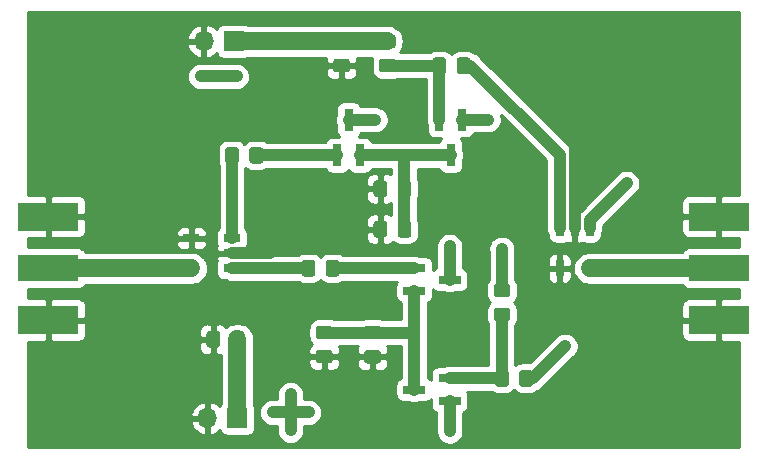
<source format=gbr>
G04 #@! TF.GenerationSoftware,KiCad,Pcbnew,(5.1.5)-3*
G04 #@! TF.CreationDate,2020-03-09T14:50:02-07:00*
G04 #@! TF.ProjectId,PA Rev 4.1,50412052-6576-4203-942e-312e6b696361,rev?*
G04 #@! TF.SameCoordinates,Original*
G04 #@! TF.FileFunction,Copper,L1,Top*
G04 #@! TF.FilePolarity,Positive*
%FSLAX46Y46*%
G04 Gerber Fmt 4.6, Leading zero omitted, Abs format (unit mm)*
G04 Created by KiCad (PCBNEW (5.1.5)-3) date 2020-03-09 14:50:02*
%MOMM*%
%LPD*%
G04 APERTURE LIST*
%ADD10R,0.800000X1.900000*%
%ADD11R,5.080000X2.420000*%
%ADD12R,5.080000X2.290000*%
%ADD13C,0.100000*%
%ADD14R,1.900000X0.800000*%
%ADD15R,1.400000X0.760000*%
%ADD16R,0.760000X1.400000*%
%ADD17R,1.700000X1.700000*%
%ADD18O,1.700000X1.700000*%
%ADD19C,1.016000*%
%ADD20C,1.000000*%
%ADD21C,1.500000*%
%ADD22C,0.254000*%
G04 APERTURE END LIST*
D10*
X63332360Y-71753600D03*
X64282360Y-74753600D03*
X62382360Y-74753600D03*
D11*
X37904000Y-88708000D03*
X37904000Y-79948000D03*
D12*
X37904000Y-84328000D03*
X94684000Y-84328000D03*
D11*
X94684000Y-88708000D03*
X94684000Y-79948000D03*
G04 #@! TA.AperFunction,SMDPad,CuDef*
D13*
G36*
X52223705Y-89633764D02*
G01*
X52247973Y-89637364D01*
X52271772Y-89643325D01*
X52294871Y-89651590D01*
X52317050Y-89662080D01*
X52338093Y-89674692D01*
X52357799Y-89689307D01*
X52375977Y-89705783D01*
X52392453Y-89723961D01*
X52407068Y-89743667D01*
X52419680Y-89764710D01*
X52430170Y-89786889D01*
X52438435Y-89809988D01*
X52444396Y-89833787D01*
X52447996Y-89858055D01*
X52449200Y-89882559D01*
X52449200Y-90782561D01*
X52447996Y-90807065D01*
X52444396Y-90831333D01*
X52438435Y-90855132D01*
X52430170Y-90878231D01*
X52419680Y-90900410D01*
X52407068Y-90921453D01*
X52392453Y-90941159D01*
X52375977Y-90959337D01*
X52357799Y-90975813D01*
X52338093Y-90990428D01*
X52317050Y-91003040D01*
X52294871Y-91013530D01*
X52271772Y-91021795D01*
X52247973Y-91027756D01*
X52223705Y-91031356D01*
X52199201Y-91032560D01*
X51549199Y-91032560D01*
X51524695Y-91031356D01*
X51500427Y-91027756D01*
X51476628Y-91021795D01*
X51453529Y-91013530D01*
X51431350Y-91003040D01*
X51410307Y-90990428D01*
X51390601Y-90975813D01*
X51372423Y-90959337D01*
X51355947Y-90941159D01*
X51341332Y-90921453D01*
X51328720Y-90900410D01*
X51318230Y-90878231D01*
X51309965Y-90855132D01*
X51304004Y-90831333D01*
X51300404Y-90807065D01*
X51299200Y-90782561D01*
X51299200Y-89882559D01*
X51300404Y-89858055D01*
X51304004Y-89833787D01*
X51309965Y-89809988D01*
X51318230Y-89786889D01*
X51328720Y-89764710D01*
X51341332Y-89743667D01*
X51355947Y-89723961D01*
X51372423Y-89705783D01*
X51390601Y-89689307D01*
X51410307Y-89674692D01*
X51431350Y-89662080D01*
X51453529Y-89651590D01*
X51476628Y-89643325D01*
X51500427Y-89637364D01*
X51524695Y-89633764D01*
X51549199Y-89632560D01*
X52199201Y-89632560D01*
X52223705Y-89633764D01*
G37*
G04 #@! TD.AperFunction*
G04 #@! TA.AperFunction,SMDPad,CuDef*
G36*
X54273705Y-89633764D02*
G01*
X54297973Y-89637364D01*
X54321772Y-89643325D01*
X54344871Y-89651590D01*
X54367050Y-89662080D01*
X54388093Y-89674692D01*
X54407799Y-89689307D01*
X54425977Y-89705783D01*
X54442453Y-89723961D01*
X54457068Y-89743667D01*
X54469680Y-89764710D01*
X54480170Y-89786889D01*
X54488435Y-89809988D01*
X54494396Y-89833787D01*
X54497996Y-89858055D01*
X54499200Y-89882559D01*
X54499200Y-90782561D01*
X54497996Y-90807065D01*
X54494396Y-90831333D01*
X54488435Y-90855132D01*
X54480170Y-90878231D01*
X54469680Y-90900410D01*
X54457068Y-90921453D01*
X54442453Y-90941159D01*
X54425977Y-90959337D01*
X54407799Y-90975813D01*
X54388093Y-90990428D01*
X54367050Y-91003040D01*
X54344871Y-91013530D01*
X54321772Y-91021795D01*
X54297973Y-91027756D01*
X54273705Y-91031356D01*
X54249201Y-91032560D01*
X53599199Y-91032560D01*
X53574695Y-91031356D01*
X53550427Y-91027756D01*
X53526628Y-91021795D01*
X53503529Y-91013530D01*
X53481350Y-91003040D01*
X53460307Y-90990428D01*
X53440601Y-90975813D01*
X53422423Y-90959337D01*
X53405947Y-90941159D01*
X53391332Y-90921453D01*
X53378720Y-90900410D01*
X53368230Y-90878231D01*
X53359965Y-90855132D01*
X53354004Y-90831333D01*
X53350404Y-90807065D01*
X53349200Y-90782561D01*
X53349200Y-89882559D01*
X53350404Y-89858055D01*
X53354004Y-89833787D01*
X53359965Y-89809988D01*
X53368230Y-89786889D01*
X53378720Y-89764710D01*
X53391332Y-89743667D01*
X53405947Y-89723961D01*
X53422423Y-89705783D01*
X53440601Y-89689307D01*
X53460307Y-89674692D01*
X53481350Y-89662080D01*
X53503529Y-89651590D01*
X53526628Y-89643325D01*
X53550427Y-89637364D01*
X53574695Y-89633764D01*
X53599199Y-89632560D01*
X54249201Y-89632560D01*
X54273705Y-89633764D01*
G37*
G04 #@! TD.AperFunction*
G04 #@! TA.AperFunction,SMDPad,CuDef*
G36*
X63207425Y-64531484D02*
G01*
X63231693Y-64535084D01*
X63255492Y-64541045D01*
X63278591Y-64549310D01*
X63300770Y-64559800D01*
X63321813Y-64572412D01*
X63341519Y-64587027D01*
X63359697Y-64603503D01*
X63376173Y-64621681D01*
X63390788Y-64641387D01*
X63403400Y-64662430D01*
X63413890Y-64684609D01*
X63422155Y-64707708D01*
X63428116Y-64731507D01*
X63431716Y-64755775D01*
X63432920Y-64780279D01*
X63432920Y-65430281D01*
X63431716Y-65454785D01*
X63428116Y-65479053D01*
X63422155Y-65502852D01*
X63413890Y-65525951D01*
X63403400Y-65548130D01*
X63390788Y-65569173D01*
X63376173Y-65588879D01*
X63359697Y-65607057D01*
X63341519Y-65623533D01*
X63321813Y-65638148D01*
X63300770Y-65650760D01*
X63278591Y-65661250D01*
X63255492Y-65669515D01*
X63231693Y-65675476D01*
X63207425Y-65679076D01*
X63182921Y-65680280D01*
X62282919Y-65680280D01*
X62258415Y-65679076D01*
X62234147Y-65675476D01*
X62210348Y-65669515D01*
X62187249Y-65661250D01*
X62165070Y-65650760D01*
X62144027Y-65638148D01*
X62124321Y-65623533D01*
X62106143Y-65607057D01*
X62089667Y-65588879D01*
X62075052Y-65569173D01*
X62062440Y-65548130D01*
X62051950Y-65525951D01*
X62043685Y-65502852D01*
X62037724Y-65479053D01*
X62034124Y-65454785D01*
X62032920Y-65430281D01*
X62032920Y-64780279D01*
X62034124Y-64755775D01*
X62037724Y-64731507D01*
X62043685Y-64707708D01*
X62051950Y-64684609D01*
X62062440Y-64662430D01*
X62075052Y-64641387D01*
X62089667Y-64621681D01*
X62106143Y-64603503D01*
X62124321Y-64587027D01*
X62144027Y-64572412D01*
X62165070Y-64559800D01*
X62187249Y-64549310D01*
X62210348Y-64541045D01*
X62234147Y-64535084D01*
X62258415Y-64531484D01*
X62282919Y-64530280D01*
X63182921Y-64530280D01*
X63207425Y-64531484D01*
G37*
G04 #@! TD.AperFunction*
G04 #@! TA.AperFunction,SMDPad,CuDef*
G36*
X63207425Y-66581484D02*
G01*
X63231693Y-66585084D01*
X63255492Y-66591045D01*
X63278591Y-66599310D01*
X63300770Y-66609800D01*
X63321813Y-66622412D01*
X63341519Y-66637027D01*
X63359697Y-66653503D01*
X63376173Y-66671681D01*
X63390788Y-66691387D01*
X63403400Y-66712430D01*
X63413890Y-66734609D01*
X63422155Y-66757708D01*
X63428116Y-66781507D01*
X63431716Y-66805775D01*
X63432920Y-66830279D01*
X63432920Y-67480281D01*
X63431716Y-67504785D01*
X63428116Y-67529053D01*
X63422155Y-67552852D01*
X63413890Y-67575951D01*
X63403400Y-67598130D01*
X63390788Y-67619173D01*
X63376173Y-67638879D01*
X63359697Y-67657057D01*
X63341519Y-67673533D01*
X63321813Y-67688148D01*
X63300770Y-67700760D01*
X63278591Y-67711250D01*
X63255492Y-67719515D01*
X63231693Y-67725476D01*
X63207425Y-67729076D01*
X63182921Y-67730280D01*
X62282919Y-67730280D01*
X62258415Y-67729076D01*
X62234147Y-67725476D01*
X62210348Y-67719515D01*
X62187249Y-67711250D01*
X62165070Y-67700760D01*
X62144027Y-67688148D01*
X62124321Y-67673533D01*
X62106143Y-67657057D01*
X62089667Y-67638879D01*
X62075052Y-67619173D01*
X62062440Y-67598130D01*
X62051950Y-67575951D01*
X62043685Y-67552852D01*
X62037724Y-67529053D01*
X62034124Y-67504785D01*
X62032920Y-67480281D01*
X62032920Y-66830279D01*
X62034124Y-66805775D01*
X62037724Y-66781507D01*
X62043685Y-66757708D01*
X62051950Y-66734609D01*
X62062440Y-66712430D01*
X62075052Y-66691387D01*
X62089667Y-66671681D01*
X62106143Y-66653503D01*
X62124321Y-66637027D01*
X62144027Y-66622412D01*
X62165070Y-66609800D01*
X62187249Y-66599310D01*
X62210348Y-66591045D01*
X62234147Y-66585084D01*
X62258415Y-66581484D01*
X62282919Y-66580280D01*
X63182921Y-66580280D01*
X63207425Y-66581484D01*
G37*
G04 #@! TD.AperFunction*
G04 #@! TA.AperFunction,SMDPad,CuDef*
G36*
X60268105Y-83629204D02*
G01*
X60292373Y-83632804D01*
X60316172Y-83638765D01*
X60339271Y-83647030D01*
X60361450Y-83657520D01*
X60382493Y-83670132D01*
X60402199Y-83684747D01*
X60420377Y-83701223D01*
X60436853Y-83719401D01*
X60451468Y-83739107D01*
X60464080Y-83760150D01*
X60474570Y-83782329D01*
X60482835Y-83805428D01*
X60488796Y-83829227D01*
X60492396Y-83853495D01*
X60493600Y-83877999D01*
X60493600Y-84778001D01*
X60492396Y-84802505D01*
X60488796Y-84826773D01*
X60482835Y-84850572D01*
X60474570Y-84873671D01*
X60464080Y-84895850D01*
X60451468Y-84916893D01*
X60436853Y-84936599D01*
X60420377Y-84954777D01*
X60402199Y-84971253D01*
X60382493Y-84985868D01*
X60361450Y-84998480D01*
X60339271Y-85008970D01*
X60316172Y-85017235D01*
X60292373Y-85023196D01*
X60268105Y-85026796D01*
X60243601Y-85028000D01*
X59593599Y-85028000D01*
X59569095Y-85026796D01*
X59544827Y-85023196D01*
X59521028Y-85017235D01*
X59497929Y-85008970D01*
X59475750Y-84998480D01*
X59454707Y-84985868D01*
X59435001Y-84971253D01*
X59416823Y-84954777D01*
X59400347Y-84936599D01*
X59385732Y-84916893D01*
X59373120Y-84895850D01*
X59362630Y-84873671D01*
X59354365Y-84850572D01*
X59348404Y-84826773D01*
X59344804Y-84802505D01*
X59343600Y-84778001D01*
X59343600Y-83877999D01*
X59344804Y-83853495D01*
X59348404Y-83829227D01*
X59354365Y-83805428D01*
X59362630Y-83782329D01*
X59373120Y-83760150D01*
X59385732Y-83739107D01*
X59400347Y-83719401D01*
X59416823Y-83701223D01*
X59435001Y-83684747D01*
X59454707Y-83670132D01*
X59475750Y-83657520D01*
X59497929Y-83647030D01*
X59521028Y-83638765D01*
X59544827Y-83632804D01*
X59569095Y-83629204D01*
X59593599Y-83628000D01*
X60243601Y-83628000D01*
X60268105Y-83629204D01*
G37*
G04 #@! TD.AperFunction*
G04 #@! TA.AperFunction,SMDPad,CuDef*
G36*
X62318105Y-83629204D02*
G01*
X62342373Y-83632804D01*
X62366172Y-83638765D01*
X62389271Y-83647030D01*
X62411450Y-83657520D01*
X62432493Y-83670132D01*
X62452199Y-83684747D01*
X62470377Y-83701223D01*
X62486853Y-83719401D01*
X62501468Y-83739107D01*
X62514080Y-83760150D01*
X62524570Y-83782329D01*
X62532835Y-83805428D01*
X62538796Y-83829227D01*
X62542396Y-83853495D01*
X62543600Y-83877999D01*
X62543600Y-84778001D01*
X62542396Y-84802505D01*
X62538796Y-84826773D01*
X62532835Y-84850572D01*
X62524570Y-84873671D01*
X62514080Y-84895850D01*
X62501468Y-84916893D01*
X62486853Y-84936599D01*
X62470377Y-84954777D01*
X62452199Y-84971253D01*
X62432493Y-84985868D01*
X62411450Y-84998480D01*
X62389271Y-85008970D01*
X62366172Y-85017235D01*
X62342373Y-85023196D01*
X62318105Y-85026796D01*
X62293601Y-85028000D01*
X61643599Y-85028000D01*
X61619095Y-85026796D01*
X61594827Y-85023196D01*
X61571028Y-85017235D01*
X61547929Y-85008970D01*
X61525750Y-84998480D01*
X61504707Y-84985868D01*
X61485001Y-84971253D01*
X61466823Y-84954777D01*
X61450347Y-84936599D01*
X61435732Y-84916893D01*
X61423120Y-84895850D01*
X61412630Y-84873671D01*
X61404365Y-84850572D01*
X61398404Y-84826773D01*
X61394804Y-84802505D01*
X61393600Y-84778001D01*
X61393600Y-83877999D01*
X61394804Y-83853495D01*
X61398404Y-83829227D01*
X61404365Y-83805428D01*
X61412630Y-83782329D01*
X61423120Y-83760150D01*
X61435732Y-83739107D01*
X61450347Y-83719401D01*
X61466823Y-83701223D01*
X61485001Y-83684747D01*
X61504707Y-83670132D01*
X61525750Y-83657520D01*
X61547929Y-83647030D01*
X61571028Y-83638765D01*
X61594827Y-83632804D01*
X61619095Y-83629204D01*
X61643599Y-83628000D01*
X62293601Y-83628000D01*
X62318105Y-83629204D01*
G37*
G04 #@! TD.AperFunction*
G04 #@! TA.AperFunction,SMDPad,CuDef*
G36*
X55858665Y-74058484D02*
G01*
X55882933Y-74062084D01*
X55906732Y-74068045D01*
X55929831Y-74076310D01*
X55952010Y-74086800D01*
X55973053Y-74099412D01*
X55992759Y-74114027D01*
X56010937Y-74130503D01*
X56027413Y-74148681D01*
X56042028Y-74168387D01*
X56054640Y-74189430D01*
X56065130Y-74211609D01*
X56073395Y-74234708D01*
X56079356Y-74258507D01*
X56082956Y-74282775D01*
X56084160Y-74307279D01*
X56084160Y-75207281D01*
X56082956Y-75231785D01*
X56079356Y-75256053D01*
X56073395Y-75279852D01*
X56065130Y-75302951D01*
X56054640Y-75325130D01*
X56042028Y-75346173D01*
X56027413Y-75365879D01*
X56010937Y-75384057D01*
X55992759Y-75400533D01*
X55973053Y-75415148D01*
X55952010Y-75427760D01*
X55929831Y-75438250D01*
X55906732Y-75446515D01*
X55882933Y-75452476D01*
X55858665Y-75456076D01*
X55834161Y-75457280D01*
X55184159Y-75457280D01*
X55159655Y-75456076D01*
X55135387Y-75452476D01*
X55111588Y-75446515D01*
X55088489Y-75438250D01*
X55066310Y-75427760D01*
X55045267Y-75415148D01*
X55025561Y-75400533D01*
X55007383Y-75384057D01*
X54990907Y-75365879D01*
X54976292Y-75346173D01*
X54963680Y-75325130D01*
X54953190Y-75302951D01*
X54944925Y-75279852D01*
X54938964Y-75256053D01*
X54935364Y-75231785D01*
X54934160Y-75207281D01*
X54934160Y-74307279D01*
X54935364Y-74282775D01*
X54938964Y-74258507D01*
X54944925Y-74234708D01*
X54953190Y-74211609D01*
X54963680Y-74189430D01*
X54976292Y-74168387D01*
X54990907Y-74148681D01*
X55007383Y-74130503D01*
X55025561Y-74114027D01*
X55045267Y-74099412D01*
X55066310Y-74086800D01*
X55088489Y-74076310D01*
X55111588Y-74068045D01*
X55135387Y-74062084D01*
X55159655Y-74058484D01*
X55184159Y-74057280D01*
X55834161Y-74057280D01*
X55858665Y-74058484D01*
G37*
G04 #@! TD.AperFunction*
G04 #@! TA.AperFunction,SMDPad,CuDef*
G36*
X53808665Y-74058484D02*
G01*
X53832933Y-74062084D01*
X53856732Y-74068045D01*
X53879831Y-74076310D01*
X53902010Y-74086800D01*
X53923053Y-74099412D01*
X53942759Y-74114027D01*
X53960937Y-74130503D01*
X53977413Y-74148681D01*
X53992028Y-74168387D01*
X54004640Y-74189430D01*
X54015130Y-74211609D01*
X54023395Y-74234708D01*
X54029356Y-74258507D01*
X54032956Y-74282775D01*
X54034160Y-74307279D01*
X54034160Y-75207281D01*
X54032956Y-75231785D01*
X54029356Y-75256053D01*
X54023395Y-75279852D01*
X54015130Y-75302951D01*
X54004640Y-75325130D01*
X53992028Y-75346173D01*
X53977413Y-75365879D01*
X53960937Y-75384057D01*
X53942759Y-75400533D01*
X53923053Y-75415148D01*
X53902010Y-75427760D01*
X53879831Y-75438250D01*
X53856732Y-75446515D01*
X53832933Y-75452476D01*
X53808665Y-75456076D01*
X53784161Y-75457280D01*
X53134159Y-75457280D01*
X53109655Y-75456076D01*
X53085387Y-75452476D01*
X53061588Y-75446515D01*
X53038489Y-75438250D01*
X53016310Y-75427760D01*
X52995267Y-75415148D01*
X52975561Y-75400533D01*
X52957383Y-75384057D01*
X52940907Y-75365879D01*
X52926292Y-75346173D01*
X52913680Y-75325130D01*
X52903190Y-75302951D01*
X52894925Y-75279852D01*
X52888964Y-75256053D01*
X52885364Y-75231785D01*
X52884160Y-75207281D01*
X52884160Y-74307279D01*
X52885364Y-74282775D01*
X52888964Y-74258507D01*
X52894925Y-74234708D01*
X52903190Y-74211609D01*
X52913680Y-74189430D01*
X52926292Y-74168387D01*
X52940907Y-74148681D01*
X52957383Y-74130503D01*
X52975561Y-74114027D01*
X52995267Y-74099412D01*
X53016310Y-74086800D01*
X53038489Y-74076310D01*
X53061588Y-74068045D01*
X53085387Y-74062084D01*
X53109655Y-74058484D01*
X53134159Y-74057280D01*
X53784161Y-74057280D01*
X53808665Y-74058484D01*
G37*
G04 #@! TD.AperFunction*
G04 #@! TA.AperFunction,SMDPad,CuDef*
G36*
X76658505Y-92938304D02*
G01*
X76682773Y-92941904D01*
X76706572Y-92947865D01*
X76729671Y-92956130D01*
X76751850Y-92966620D01*
X76772893Y-92979232D01*
X76792599Y-92993847D01*
X76810777Y-93010323D01*
X76827253Y-93028501D01*
X76841868Y-93048207D01*
X76854480Y-93069250D01*
X76864970Y-93091429D01*
X76873235Y-93114528D01*
X76879196Y-93138327D01*
X76882796Y-93162595D01*
X76884000Y-93187099D01*
X76884000Y-94087101D01*
X76882796Y-94111605D01*
X76879196Y-94135873D01*
X76873235Y-94159672D01*
X76864970Y-94182771D01*
X76854480Y-94204950D01*
X76841868Y-94225993D01*
X76827253Y-94245699D01*
X76810777Y-94263877D01*
X76792599Y-94280353D01*
X76772893Y-94294968D01*
X76751850Y-94307580D01*
X76729671Y-94318070D01*
X76706572Y-94326335D01*
X76682773Y-94332296D01*
X76658505Y-94335896D01*
X76634001Y-94337100D01*
X75983999Y-94337100D01*
X75959495Y-94335896D01*
X75935227Y-94332296D01*
X75911428Y-94326335D01*
X75888329Y-94318070D01*
X75866150Y-94307580D01*
X75845107Y-94294968D01*
X75825401Y-94280353D01*
X75807223Y-94263877D01*
X75790747Y-94245699D01*
X75776132Y-94225993D01*
X75763520Y-94204950D01*
X75753030Y-94182771D01*
X75744765Y-94159672D01*
X75738804Y-94135873D01*
X75735204Y-94111605D01*
X75734000Y-94087101D01*
X75734000Y-93187099D01*
X75735204Y-93162595D01*
X75738804Y-93138327D01*
X75744765Y-93114528D01*
X75753030Y-93091429D01*
X75763520Y-93069250D01*
X75776132Y-93048207D01*
X75790747Y-93028501D01*
X75807223Y-93010323D01*
X75825401Y-92993847D01*
X75845107Y-92979232D01*
X75866150Y-92966620D01*
X75888329Y-92956130D01*
X75911428Y-92947865D01*
X75935227Y-92941904D01*
X75959495Y-92938304D01*
X75983999Y-92937100D01*
X76634001Y-92937100D01*
X76658505Y-92938304D01*
G37*
G04 #@! TD.AperFunction*
G04 #@! TA.AperFunction,SMDPad,CuDef*
G36*
X78708505Y-92938304D02*
G01*
X78732773Y-92941904D01*
X78756572Y-92947865D01*
X78779671Y-92956130D01*
X78801850Y-92966620D01*
X78822893Y-92979232D01*
X78842599Y-92993847D01*
X78860777Y-93010323D01*
X78877253Y-93028501D01*
X78891868Y-93048207D01*
X78904480Y-93069250D01*
X78914970Y-93091429D01*
X78923235Y-93114528D01*
X78929196Y-93138327D01*
X78932796Y-93162595D01*
X78934000Y-93187099D01*
X78934000Y-94087101D01*
X78932796Y-94111605D01*
X78929196Y-94135873D01*
X78923235Y-94159672D01*
X78914970Y-94182771D01*
X78904480Y-94204950D01*
X78891868Y-94225993D01*
X78877253Y-94245699D01*
X78860777Y-94263877D01*
X78842599Y-94280353D01*
X78822893Y-94294968D01*
X78801850Y-94307580D01*
X78779671Y-94318070D01*
X78756572Y-94326335D01*
X78732773Y-94332296D01*
X78708505Y-94335896D01*
X78684001Y-94337100D01*
X78033999Y-94337100D01*
X78009495Y-94335896D01*
X77985227Y-94332296D01*
X77961428Y-94326335D01*
X77938329Y-94318070D01*
X77916150Y-94307580D01*
X77895107Y-94294968D01*
X77875401Y-94280353D01*
X77857223Y-94263877D01*
X77840747Y-94245699D01*
X77826132Y-94225993D01*
X77813520Y-94204950D01*
X77803030Y-94182771D01*
X77794765Y-94159672D01*
X77788804Y-94135873D01*
X77785204Y-94111605D01*
X77784000Y-94087101D01*
X77784000Y-93187099D01*
X77785204Y-93162595D01*
X77788804Y-93138327D01*
X77794765Y-93114528D01*
X77803030Y-93091429D01*
X77813520Y-93069250D01*
X77826132Y-93048207D01*
X77840747Y-93028501D01*
X77857223Y-93010323D01*
X77875401Y-92993847D01*
X77895107Y-92979232D01*
X77916150Y-92966620D01*
X77938329Y-92956130D01*
X77961428Y-92947865D01*
X77985227Y-92941904D01*
X78009495Y-92938304D01*
X78033999Y-92937100D01*
X78684001Y-92937100D01*
X78708505Y-92938304D01*
G37*
G04 #@! TD.AperFunction*
G04 #@! TA.AperFunction,SMDPad,CuDef*
G36*
X73410285Y-66463884D02*
G01*
X73434553Y-66467484D01*
X73458352Y-66473445D01*
X73481451Y-66481710D01*
X73503630Y-66492200D01*
X73524673Y-66504812D01*
X73544379Y-66519427D01*
X73562557Y-66535903D01*
X73579033Y-66554081D01*
X73593648Y-66573787D01*
X73606260Y-66594830D01*
X73616750Y-66617009D01*
X73625015Y-66640108D01*
X73630976Y-66663907D01*
X73634576Y-66688175D01*
X73635780Y-66712679D01*
X73635780Y-67612681D01*
X73634576Y-67637185D01*
X73630976Y-67661453D01*
X73625015Y-67685252D01*
X73616750Y-67708351D01*
X73606260Y-67730530D01*
X73593648Y-67751573D01*
X73579033Y-67771279D01*
X73562557Y-67789457D01*
X73544379Y-67805933D01*
X73524673Y-67820548D01*
X73503630Y-67833160D01*
X73481451Y-67843650D01*
X73458352Y-67851915D01*
X73434553Y-67857876D01*
X73410285Y-67861476D01*
X73385781Y-67862680D01*
X72735779Y-67862680D01*
X72711275Y-67861476D01*
X72687007Y-67857876D01*
X72663208Y-67851915D01*
X72640109Y-67843650D01*
X72617930Y-67833160D01*
X72596887Y-67820548D01*
X72577181Y-67805933D01*
X72559003Y-67789457D01*
X72542527Y-67771279D01*
X72527912Y-67751573D01*
X72515300Y-67730530D01*
X72504810Y-67708351D01*
X72496545Y-67685252D01*
X72490584Y-67661453D01*
X72486984Y-67637185D01*
X72485780Y-67612681D01*
X72485780Y-66712679D01*
X72486984Y-66688175D01*
X72490584Y-66663907D01*
X72496545Y-66640108D01*
X72504810Y-66617009D01*
X72515300Y-66594830D01*
X72527912Y-66573787D01*
X72542527Y-66554081D01*
X72559003Y-66535903D01*
X72577181Y-66519427D01*
X72596887Y-66504812D01*
X72617930Y-66492200D01*
X72640109Y-66481710D01*
X72663208Y-66473445D01*
X72687007Y-66467484D01*
X72711275Y-66463884D01*
X72735779Y-66462680D01*
X73385781Y-66462680D01*
X73410285Y-66463884D01*
G37*
G04 #@! TD.AperFunction*
G04 #@! TA.AperFunction,SMDPad,CuDef*
G36*
X71360285Y-66463884D02*
G01*
X71384553Y-66467484D01*
X71408352Y-66473445D01*
X71431451Y-66481710D01*
X71453630Y-66492200D01*
X71474673Y-66504812D01*
X71494379Y-66519427D01*
X71512557Y-66535903D01*
X71529033Y-66554081D01*
X71543648Y-66573787D01*
X71556260Y-66594830D01*
X71566750Y-66617009D01*
X71575015Y-66640108D01*
X71580976Y-66663907D01*
X71584576Y-66688175D01*
X71585780Y-66712679D01*
X71585780Y-67612681D01*
X71584576Y-67637185D01*
X71580976Y-67661453D01*
X71575015Y-67685252D01*
X71566750Y-67708351D01*
X71556260Y-67730530D01*
X71543648Y-67751573D01*
X71529033Y-67771279D01*
X71512557Y-67789457D01*
X71494379Y-67805933D01*
X71474673Y-67820548D01*
X71453630Y-67833160D01*
X71431451Y-67843650D01*
X71408352Y-67851915D01*
X71384553Y-67857876D01*
X71360285Y-67861476D01*
X71335781Y-67862680D01*
X70685779Y-67862680D01*
X70661275Y-67861476D01*
X70637007Y-67857876D01*
X70613208Y-67851915D01*
X70590109Y-67843650D01*
X70567930Y-67833160D01*
X70546887Y-67820548D01*
X70527181Y-67805933D01*
X70509003Y-67789457D01*
X70492527Y-67771279D01*
X70477912Y-67751573D01*
X70465300Y-67730530D01*
X70454810Y-67708351D01*
X70446545Y-67685252D01*
X70440584Y-67661453D01*
X70436984Y-67637185D01*
X70435780Y-67612681D01*
X70435780Y-66712679D01*
X70436984Y-66688175D01*
X70440584Y-66663907D01*
X70446545Y-66640108D01*
X70454810Y-66617009D01*
X70465300Y-66594830D01*
X70477912Y-66573787D01*
X70492527Y-66554081D01*
X70509003Y-66535903D01*
X70527181Y-66519427D01*
X70546887Y-66504812D01*
X70567930Y-66492200D01*
X70590109Y-66481710D01*
X70613208Y-66473445D01*
X70637007Y-66467484D01*
X70661275Y-66463884D01*
X70685779Y-66462680D01*
X71335781Y-66462680D01*
X71360285Y-66463884D01*
G37*
G04 #@! TD.AperFunction*
G04 #@! TA.AperFunction,SMDPad,CuDef*
G36*
X61744385Y-91229644D02*
G01*
X61768653Y-91233244D01*
X61792452Y-91239205D01*
X61815551Y-91247470D01*
X61837730Y-91257960D01*
X61858773Y-91270572D01*
X61878479Y-91285187D01*
X61896657Y-91301663D01*
X61913133Y-91319841D01*
X61927748Y-91339547D01*
X61940360Y-91360590D01*
X61950850Y-91382769D01*
X61959115Y-91405868D01*
X61965076Y-91429667D01*
X61968676Y-91453935D01*
X61969880Y-91478439D01*
X61969880Y-92128441D01*
X61968676Y-92152945D01*
X61965076Y-92177213D01*
X61959115Y-92201012D01*
X61950850Y-92224111D01*
X61940360Y-92246290D01*
X61927748Y-92267333D01*
X61913133Y-92287039D01*
X61896657Y-92305217D01*
X61878479Y-92321693D01*
X61858773Y-92336308D01*
X61837730Y-92348920D01*
X61815551Y-92359410D01*
X61792452Y-92367675D01*
X61768653Y-92373636D01*
X61744385Y-92377236D01*
X61719881Y-92378440D01*
X60819879Y-92378440D01*
X60795375Y-92377236D01*
X60771107Y-92373636D01*
X60747308Y-92367675D01*
X60724209Y-92359410D01*
X60702030Y-92348920D01*
X60680987Y-92336308D01*
X60661281Y-92321693D01*
X60643103Y-92305217D01*
X60626627Y-92287039D01*
X60612012Y-92267333D01*
X60599400Y-92246290D01*
X60588910Y-92224111D01*
X60580645Y-92201012D01*
X60574684Y-92177213D01*
X60571084Y-92152945D01*
X60569880Y-92128441D01*
X60569880Y-91478439D01*
X60571084Y-91453935D01*
X60574684Y-91429667D01*
X60580645Y-91405868D01*
X60588910Y-91382769D01*
X60599400Y-91360590D01*
X60612012Y-91339547D01*
X60626627Y-91319841D01*
X60643103Y-91301663D01*
X60661281Y-91285187D01*
X60680987Y-91270572D01*
X60702030Y-91257960D01*
X60724209Y-91247470D01*
X60747308Y-91239205D01*
X60771107Y-91233244D01*
X60795375Y-91229644D01*
X60819879Y-91228440D01*
X61719881Y-91228440D01*
X61744385Y-91229644D01*
G37*
G04 #@! TD.AperFunction*
G04 #@! TA.AperFunction,SMDPad,CuDef*
G36*
X61744385Y-89179644D02*
G01*
X61768653Y-89183244D01*
X61792452Y-89189205D01*
X61815551Y-89197470D01*
X61837730Y-89207960D01*
X61858773Y-89220572D01*
X61878479Y-89235187D01*
X61896657Y-89251663D01*
X61913133Y-89269841D01*
X61927748Y-89289547D01*
X61940360Y-89310590D01*
X61950850Y-89332769D01*
X61959115Y-89355868D01*
X61965076Y-89379667D01*
X61968676Y-89403935D01*
X61969880Y-89428439D01*
X61969880Y-90078441D01*
X61968676Y-90102945D01*
X61965076Y-90127213D01*
X61959115Y-90151012D01*
X61950850Y-90174111D01*
X61940360Y-90196290D01*
X61927748Y-90217333D01*
X61913133Y-90237039D01*
X61896657Y-90255217D01*
X61878479Y-90271693D01*
X61858773Y-90286308D01*
X61837730Y-90298920D01*
X61815551Y-90309410D01*
X61792452Y-90317675D01*
X61768653Y-90323636D01*
X61744385Y-90327236D01*
X61719881Y-90328440D01*
X60819879Y-90328440D01*
X60795375Y-90327236D01*
X60771107Y-90323636D01*
X60747308Y-90317675D01*
X60724209Y-90309410D01*
X60702030Y-90298920D01*
X60680987Y-90286308D01*
X60661281Y-90271693D01*
X60643103Y-90255217D01*
X60626627Y-90237039D01*
X60612012Y-90217333D01*
X60599400Y-90196290D01*
X60588910Y-90174111D01*
X60580645Y-90151012D01*
X60574684Y-90127213D01*
X60571084Y-90102945D01*
X60569880Y-90078441D01*
X60569880Y-89428439D01*
X60571084Y-89403935D01*
X60574684Y-89379667D01*
X60580645Y-89355868D01*
X60588910Y-89332769D01*
X60599400Y-89310590D01*
X60612012Y-89289547D01*
X60626627Y-89269841D01*
X60643103Y-89251663D01*
X60661281Y-89235187D01*
X60680987Y-89220572D01*
X60702030Y-89207960D01*
X60724209Y-89197470D01*
X60747308Y-89189205D01*
X60771107Y-89183244D01*
X60795375Y-89179644D01*
X60819879Y-89178440D01*
X61719881Y-89178440D01*
X61744385Y-89179644D01*
G37*
G04 #@! TD.AperFunction*
G04 #@! TA.AperFunction,SMDPad,CuDef*
G36*
X66361345Y-80317044D02*
G01*
X66385613Y-80320644D01*
X66409412Y-80326605D01*
X66432511Y-80334870D01*
X66454690Y-80345360D01*
X66475733Y-80357972D01*
X66495439Y-80372587D01*
X66513617Y-80389063D01*
X66530093Y-80407241D01*
X66544708Y-80426947D01*
X66557320Y-80447990D01*
X66567810Y-80470169D01*
X66576075Y-80493268D01*
X66582036Y-80517067D01*
X66585636Y-80541335D01*
X66586840Y-80565839D01*
X66586840Y-81465841D01*
X66585636Y-81490345D01*
X66582036Y-81514613D01*
X66576075Y-81538412D01*
X66567810Y-81561511D01*
X66557320Y-81583690D01*
X66544708Y-81604733D01*
X66530093Y-81624439D01*
X66513617Y-81642617D01*
X66495439Y-81659093D01*
X66475733Y-81673708D01*
X66454690Y-81686320D01*
X66432511Y-81696810D01*
X66409412Y-81705075D01*
X66385613Y-81711036D01*
X66361345Y-81714636D01*
X66336841Y-81715840D01*
X65686839Y-81715840D01*
X65662335Y-81714636D01*
X65638067Y-81711036D01*
X65614268Y-81705075D01*
X65591169Y-81696810D01*
X65568990Y-81686320D01*
X65547947Y-81673708D01*
X65528241Y-81659093D01*
X65510063Y-81642617D01*
X65493587Y-81624439D01*
X65478972Y-81604733D01*
X65466360Y-81583690D01*
X65455870Y-81561511D01*
X65447605Y-81538412D01*
X65441644Y-81514613D01*
X65438044Y-81490345D01*
X65436840Y-81465841D01*
X65436840Y-80565839D01*
X65438044Y-80541335D01*
X65441644Y-80517067D01*
X65447605Y-80493268D01*
X65455870Y-80470169D01*
X65466360Y-80447990D01*
X65478972Y-80426947D01*
X65493587Y-80407241D01*
X65510063Y-80389063D01*
X65528241Y-80372587D01*
X65547947Y-80357972D01*
X65568990Y-80345360D01*
X65591169Y-80334870D01*
X65614268Y-80326605D01*
X65638067Y-80320644D01*
X65662335Y-80317044D01*
X65686839Y-80315840D01*
X66336841Y-80315840D01*
X66361345Y-80317044D01*
G37*
G04 #@! TD.AperFunction*
G04 #@! TA.AperFunction,SMDPad,CuDef*
G36*
X68411345Y-80317044D02*
G01*
X68435613Y-80320644D01*
X68459412Y-80326605D01*
X68482511Y-80334870D01*
X68504690Y-80345360D01*
X68525733Y-80357972D01*
X68545439Y-80372587D01*
X68563617Y-80389063D01*
X68580093Y-80407241D01*
X68594708Y-80426947D01*
X68607320Y-80447990D01*
X68617810Y-80470169D01*
X68626075Y-80493268D01*
X68632036Y-80517067D01*
X68635636Y-80541335D01*
X68636840Y-80565839D01*
X68636840Y-81465841D01*
X68635636Y-81490345D01*
X68632036Y-81514613D01*
X68626075Y-81538412D01*
X68617810Y-81561511D01*
X68607320Y-81583690D01*
X68594708Y-81604733D01*
X68580093Y-81624439D01*
X68563617Y-81642617D01*
X68545439Y-81659093D01*
X68525733Y-81673708D01*
X68504690Y-81686320D01*
X68482511Y-81696810D01*
X68459412Y-81705075D01*
X68435613Y-81711036D01*
X68411345Y-81714636D01*
X68386841Y-81715840D01*
X67736839Y-81715840D01*
X67712335Y-81714636D01*
X67688067Y-81711036D01*
X67664268Y-81705075D01*
X67641169Y-81696810D01*
X67618990Y-81686320D01*
X67597947Y-81673708D01*
X67578241Y-81659093D01*
X67560063Y-81642617D01*
X67543587Y-81624439D01*
X67528972Y-81604733D01*
X67516360Y-81583690D01*
X67505870Y-81561511D01*
X67497605Y-81538412D01*
X67491644Y-81514613D01*
X67488044Y-81490345D01*
X67486840Y-81465841D01*
X67486840Y-80565839D01*
X67488044Y-80541335D01*
X67491644Y-80517067D01*
X67497605Y-80493268D01*
X67505870Y-80470169D01*
X67516360Y-80447990D01*
X67528972Y-80426947D01*
X67543587Y-80407241D01*
X67560063Y-80389063D01*
X67578241Y-80372587D01*
X67597947Y-80357972D01*
X67618990Y-80345360D01*
X67641169Y-80334870D01*
X67664268Y-80326605D01*
X67688067Y-80320644D01*
X67712335Y-80317044D01*
X67736839Y-80315840D01*
X68386841Y-80315840D01*
X68411345Y-80317044D01*
G37*
G04 #@! TD.AperFunction*
G04 #@! TA.AperFunction,SMDPad,CuDef*
G36*
X76791345Y-85609564D02*
G01*
X76815613Y-85613164D01*
X76839412Y-85619125D01*
X76862511Y-85627390D01*
X76884690Y-85637880D01*
X76905733Y-85650492D01*
X76925439Y-85665107D01*
X76943617Y-85681583D01*
X76960093Y-85699761D01*
X76974708Y-85719467D01*
X76987320Y-85740510D01*
X76997810Y-85762689D01*
X77006075Y-85785788D01*
X77012036Y-85809587D01*
X77015636Y-85833855D01*
X77016840Y-85858359D01*
X77016840Y-86508361D01*
X77015636Y-86532865D01*
X77012036Y-86557133D01*
X77006075Y-86580932D01*
X76997810Y-86604031D01*
X76987320Y-86626210D01*
X76974708Y-86647253D01*
X76960093Y-86666959D01*
X76943617Y-86685137D01*
X76925439Y-86701613D01*
X76905733Y-86716228D01*
X76884690Y-86728840D01*
X76862511Y-86739330D01*
X76839412Y-86747595D01*
X76815613Y-86753556D01*
X76791345Y-86757156D01*
X76766841Y-86758360D01*
X75866839Y-86758360D01*
X75842335Y-86757156D01*
X75818067Y-86753556D01*
X75794268Y-86747595D01*
X75771169Y-86739330D01*
X75748990Y-86728840D01*
X75727947Y-86716228D01*
X75708241Y-86701613D01*
X75690063Y-86685137D01*
X75673587Y-86666959D01*
X75658972Y-86647253D01*
X75646360Y-86626210D01*
X75635870Y-86604031D01*
X75627605Y-86580932D01*
X75621644Y-86557133D01*
X75618044Y-86532865D01*
X75616840Y-86508361D01*
X75616840Y-85858359D01*
X75618044Y-85833855D01*
X75621644Y-85809587D01*
X75627605Y-85785788D01*
X75635870Y-85762689D01*
X75646360Y-85740510D01*
X75658972Y-85719467D01*
X75673587Y-85699761D01*
X75690063Y-85681583D01*
X75708241Y-85665107D01*
X75727947Y-85650492D01*
X75748990Y-85637880D01*
X75771169Y-85627390D01*
X75794268Y-85619125D01*
X75818067Y-85613164D01*
X75842335Y-85609564D01*
X75866839Y-85608360D01*
X76766841Y-85608360D01*
X76791345Y-85609564D01*
G37*
G04 #@! TD.AperFunction*
G04 #@! TA.AperFunction,SMDPad,CuDef*
G36*
X76791345Y-87659564D02*
G01*
X76815613Y-87663164D01*
X76839412Y-87669125D01*
X76862511Y-87677390D01*
X76884690Y-87687880D01*
X76905733Y-87700492D01*
X76925439Y-87715107D01*
X76943617Y-87731583D01*
X76960093Y-87749761D01*
X76974708Y-87769467D01*
X76987320Y-87790510D01*
X76997810Y-87812689D01*
X77006075Y-87835788D01*
X77012036Y-87859587D01*
X77015636Y-87883855D01*
X77016840Y-87908359D01*
X77016840Y-88558361D01*
X77015636Y-88582865D01*
X77012036Y-88607133D01*
X77006075Y-88630932D01*
X76997810Y-88654031D01*
X76987320Y-88676210D01*
X76974708Y-88697253D01*
X76960093Y-88716959D01*
X76943617Y-88735137D01*
X76925439Y-88751613D01*
X76905733Y-88766228D01*
X76884690Y-88778840D01*
X76862511Y-88789330D01*
X76839412Y-88797595D01*
X76815613Y-88803556D01*
X76791345Y-88807156D01*
X76766841Y-88808360D01*
X75866839Y-88808360D01*
X75842335Y-88807156D01*
X75818067Y-88803556D01*
X75794268Y-88797595D01*
X75771169Y-88789330D01*
X75748990Y-88778840D01*
X75727947Y-88766228D01*
X75708241Y-88751613D01*
X75690063Y-88735137D01*
X75673587Y-88716959D01*
X75658972Y-88697253D01*
X75646360Y-88676210D01*
X75635870Y-88654031D01*
X75627605Y-88630932D01*
X75621644Y-88607133D01*
X75618044Y-88582865D01*
X75616840Y-88558361D01*
X75616840Y-87908359D01*
X75618044Y-87883855D01*
X75621644Y-87859587D01*
X75627605Y-87835788D01*
X75635870Y-87812689D01*
X75646360Y-87790510D01*
X75658972Y-87769467D01*
X75673587Y-87749761D01*
X75690063Y-87731583D01*
X75708241Y-87715107D01*
X75727947Y-87700492D01*
X75748990Y-87687880D01*
X75771169Y-87677390D01*
X75794268Y-87669125D01*
X75818067Y-87663164D01*
X75842335Y-87659564D01*
X75866839Y-87658360D01*
X76766841Y-87658360D01*
X76791345Y-87659564D01*
G37*
G04 #@! TD.AperFunction*
G04 #@! TA.AperFunction,SMDPad,CuDef*
G36*
X67086005Y-64534024D02*
G01*
X67110273Y-64537624D01*
X67134072Y-64543585D01*
X67157171Y-64551850D01*
X67179350Y-64562340D01*
X67200393Y-64574952D01*
X67220099Y-64589567D01*
X67238277Y-64606043D01*
X67254753Y-64624221D01*
X67269368Y-64643927D01*
X67281980Y-64664970D01*
X67292470Y-64687149D01*
X67300735Y-64710248D01*
X67306696Y-64734047D01*
X67310296Y-64758315D01*
X67311500Y-64782819D01*
X67311500Y-65432821D01*
X67310296Y-65457325D01*
X67306696Y-65481593D01*
X67300735Y-65505392D01*
X67292470Y-65528491D01*
X67281980Y-65550670D01*
X67269368Y-65571713D01*
X67254753Y-65591419D01*
X67238277Y-65609597D01*
X67220099Y-65626073D01*
X67200393Y-65640688D01*
X67179350Y-65653300D01*
X67157171Y-65663790D01*
X67134072Y-65672055D01*
X67110273Y-65678016D01*
X67086005Y-65681616D01*
X67061501Y-65682820D01*
X66161499Y-65682820D01*
X66136995Y-65681616D01*
X66112727Y-65678016D01*
X66088928Y-65672055D01*
X66065829Y-65663790D01*
X66043650Y-65653300D01*
X66022607Y-65640688D01*
X66002901Y-65626073D01*
X65984723Y-65609597D01*
X65968247Y-65591419D01*
X65953632Y-65571713D01*
X65941020Y-65550670D01*
X65930530Y-65528491D01*
X65922265Y-65505392D01*
X65916304Y-65481593D01*
X65912704Y-65457325D01*
X65911500Y-65432821D01*
X65911500Y-64782819D01*
X65912704Y-64758315D01*
X65916304Y-64734047D01*
X65922265Y-64710248D01*
X65930530Y-64687149D01*
X65941020Y-64664970D01*
X65953632Y-64643927D01*
X65968247Y-64624221D01*
X65984723Y-64606043D01*
X66002901Y-64589567D01*
X66022607Y-64574952D01*
X66043650Y-64562340D01*
X66065829Y-64551850D01*
X66088928Y-64543585D01*
X66112727Y-64537624D01*
X66136995Y-64534024D01*
X66161499Y-64532820D01*
X67061501Y-64532820D01*
X67086005Y-64534024D01*
G37*
G04 #@! TD.AperFunction*
G04 #@! TA.AperFunction,SMDPad,CuDef*
G36*
X67086005Y-66584024D02*
G01*
X67110273Y-66587624D01*
X67134072Y-66593585D01*
X67157171Y-66601850D01*
X67179350Y-66612340D01*
X67200393Y-66624952D01*
X67220099Y-66639567D01*
X67238277Y-66656043D01*
X67254753Y-66674221D01*
X67269368Y-66693927D01*
X67281980Y-66714970D01*
X67292470Y-66737149D01*
X67300735Y-66760248D01*
X67306696Y-66784047D01*
X67310296Y-66808315D01*
X67311500Y-66832819D01*
X67311500Y-67482821D01*
X67310296Y-67507325D01*
X67306696Y-67531593D01*
X67300735Y-67555392D01*
X67292470Y-67578491D01*
X67281980Y-67600670D01*
X67269368Y-67621713D01*
X67254753Y-67641419D01*
X67238277Y-67659597D01*
X67220099Y-67676073D01*
X67200393Y-67690688D01*
X67179350Y-67703300D01*
X67157171Y-67713790D01*
X67134072Y-67722055D01*
X67110273Y-67728016D01*
X67086005Y-67731616D01*
X67061501Y-67732820D01*
X66161499Y-67732820D01*
X66136995Y-67731616D01*
X66112727Y-67728016D01*
X66088928Y-67722055D01*
X66065829Y-67713790D01*
X66043650Y-67703300D01*
X66022607Y-67690688D01*
X66002901Y-67676073D01*
X65984723Y-67659597D01*
X65968247Y-67641419D01*
X65953632Y-67621713D01*
X65941020Y-67600670D01*
X65930530Y-67578491D01*
X65922265Y-67555392D01*
X65916304Y-67531593D01*
X65912704Y-67507325D01*
X65911500Y-67482821D01*
X65911500Y-66832819D01*
X65912704Y-66808315D01*
X65916304Y-66784047D01*
X65922265Y-66760248D01*
X65930530Y-66737149D01*
X65941020Y-66714970D01*
X65953632Y-66693927D01*
X65968247Y-66674221D01*
X65984723Y-66656043D01*
X66002901Y-66639567D01*
X66022607Y-66624952D01*
X66043650Y-66612340D01*
X66065829Y-66601850D01*
X66088928Y-66593585D01*
X66112727Y-66587624D01*
X66136995Y-66584024D01*
X66161499Y-66582820D01*
X67061501Y-66582820D01*
X67086005Y-66584024D01*
G37*
G04 #@! TD.AperFunction*
D14*
X71879720Y-85278000D03*
X68879720Y-86228000D03*
X68879720Y-84328000D03*
D10*
X72918360Y-71740900D03*
X71018360Y-71740900D03*
X71968360Y-74740900D03*
D14*
X71883400Y-95539600D03*
X71883400Y-93639600D03*
X68883400Y-94589600D03*
G04 #@! TA.AperFunction,SMDPad,CuDef*
D13*
G36*
X65828705Y-89189804D02*
G01*
X65852973Y-89193404D01*
X65876772Y-89199365D01*
X65899871Y-89207630D01*
X65922050Y-89218120D01*
X65943093Y-89230732D01*
X65962799Y-89245347D01*
X65980977Y-89261823D01*
X65997453Y-89280001D01*
X66012068Y-89299707D01*
X66024680Y-89320750D01*
X66035170Y-89342929D01*
X66043435Y-89366028D01*
X66049396Y-89389827D01*
X66052996Y-89414095D01*
X66054200Y-89438599D01*
X66054200Y-90088601D01*
X66052996Y-90113105D01*
X66049396Y-90137373D01*
X66043435Y-90161172D01*
X66035170Y-90184271D01*
X66024680Y-90206450D01*
X66012068Y-90227493D01*
X65997453Y-90247199D01*
X65980977Y-90265377D01*
X65962799Y-90281853D01*
X65943093Y-90296468D01*
X65922050Y-90309080D01*
X65899871Y-90319570D01*
X65876772Y-90327835D01*
X65852973Y-90333796D01*
X65828705Y-90337396D01*
X65804201Y-90338600D01*
X64904199Y-90338600D01*
X64879695Y-90337396D01*
X64855427Y-90333796D01*
X64831628Y-90327835D01*
X64808529Y-90319570D01*
X64786350Y-90309080D01*
X64765307Y-90296468D01*
X64745601Y-90281853D01*
X64727423Y-90265377D01*
X64710947Y-90247199D01*
X64696332Y-90227493D01*
X64683720Y-90206450D01*
X64673230Y-90184271D01*
X64664965Y-90161172D01*
X64659004Y-90137373D01*
X64655404Y-90113105D01*
X64654200Y-90088601D01*
X64654200Y-89438599D01*
X64655404Y-89414095D01*
X64659004Y-89389827D01*
X64664965Y-89366028D01*
X64673230Y-89342929D01*
X64683720Y-89320750D01*
X64696332Y-89299707D01*
X64710947Y-89280001D01*
X64727423Y-89261823D01*
X64745601Y-89245347D01*
X64765307Y-89230732D01*
X64786350Y-89218120D01*
X64808529Y-89207630D01*
X64831628Y-89199365D01*
X64855427Y-89193404D01*
X64879695Y-89189804D01*
X64904199Y-89188600D01*
X65804201Y-89188600D01*
X65828705Y-89189804D01*
G37*
G04 #@! TD.AperFunction*
G04 #@! TA.AperFunction,SMDPad,CuDef*
G36*
X65828705Y-91239804D02*
G01*
X65852973Y-91243404D01*
X65876772Y-91249365D01*
X65899871Y-91257630D01*
X65922050Y-91268120D01*
X65943093Y-91280732D01*
X65962799Y-91295347D01*
X65980977Y-91311823D01*
X65997453Y-91330001D01*
X66012068Y-91349707D01*
X66024680Y-91370750D01*
X66035170Y-91392929D01*
X66043435Y-91416028D01*
X66049396Y-91439827D01*
X66052996Y-91464095D01*
X66054200Y-91488599D01*
X66054200Y-92138601D01*
X66052996Y-92163105D01*
X66049396Y-92187373D01*
X66043435Y-92211172D01*
X66035170Y-92234271D01*
X66024680Y-92256450D01*
X66012068Y-92277493D01*
X65997453Y-92297199D01*
X65980977Y-92315377D01*
X65962799Y-92331853D01*
X65943093Y-92346468D01*
X65922050Y-92359080D01*
X65899871Y-92369570D01*
X65876772Y-92377835D01*
X65852973Y-92383796D01*
X65828705Y-92387396D01*
X65804201Y-92388600D01*
X64904199Y-92388600D01*
X64879695Y-92387396D01*
X64855427Y-92383796D01*
X64831628Y-92377835D01*
X64808529Y-92369570D01*
X64786350Y-92359080D01*
X64765307Y-92346468D01*
X64745601Y-92331853D01*
X64727423Y-92315377D01*
X64710947Y-92297199D01*
X64696332Y-92277493D01*
X64683720Y-92256450D01*
X64673230Y-92234271D01*
X64664965Y-92211172D01*
X64659004Y-92187373D01*
X64655404Y-92163105D01*
X64654200Y-92138601D01*
X64654200Y-91488599D01*
X64655404Y-91464095D01*
X64659004Y-91439827D01*
X64664965Y-91416028D01*
X64673230Y-91392929D01*
X64683720Y-91370750D01*
X64696332Y-91349707D01*
X64710947Y-91330001D01*
X64727423Y-91311823D01*
X64745601Y-91295347D01*
X64765307Y-91280732D01*
X64786350Y-91268120D01*
X64808529Y-91257630D01*
X64831628Y-91249365D01*
X64855427Y-91243404D01*
X64879695Y-91239804D01*
X64904199Y-91238600D01*
X65804201Y-91238600D01*
X65828705Y-91239804D01*
G37*
G04 #@! TD.AperFunction*
G04 #@! TA.AperFunction,SMDPad,CuDef*
G36*
X68413885Y-76890584D02*
G01*
X68438153Y-76894184D01*
X68461952Y-76900145D01*
X68485051Y-76908410D01*
X68507230Y-76918900D01*
X68528273Y-76931512D01*
X68547979Y-76946127D01*
X68566157Y-76962603D01*
X68582633Y-76980781D01*
X68597248Y-77000487D01*
X68609860Y-77021530D01*
X68620350Y-77043709D01*
X68628615Y-77066808D01*
X68634576Y-77090607D01*
X68638176Y-77114875D01*
X68639380Y-77139379D01*
X68639380Y-78039381D01*
X68638176Y-78063885D01*
X68634576Y-78088153D01*
X68628615Y-78111952D01*
X68620350Y-78135051D01*
X68609860Y-78157230D01*
X68597248Y-78178273D01*
X68582633Y-78197979D01*
X68566157Y-78216157D01*
X68547979Y-78232633D01*
X68528273Y-78247248D01*
X68507230Y-78259860D01*
X68485051Y-78270350D01*
X68461952Y-78278615D01*
X68438153Y-78284576D01*
X68413885Y-78288176D01*
X68389381Y-78289380D01*
X67739379Y-78289380D01*
X67714875Y-78288176D01*
X67690607Y-78284576D01*
X67666808Y-78278615D01*
X67643709Y-78270350D01*
X67621530Y-78259860D01*
X67600487Y-78247248D01*
X67580781Y-78232633D01*
X67562603Y-78216157D01*
X67546127Y-78197979D01*
X67531512Y-78178273D01*
X67518900Y-78157230D01*
X67508410Y-78135051D01*
X67500145Y-78111952D01*
X67494184Y-78088153D01*
X67490584Y-78063885D01*
X67489380Y-78039381D01*
X67489380Y-77139379D01*
X67490584Y-77114875D01*
X67494184Y-77090607D01*
X67500145Y-77066808D01*
X67508410Y-77043709D01*
X67518900Y-77021530D01*
X67531512Y-77000487D01*
X67546127Y-76980781D01*
X67562603Y-76962603D01*
X67580781Y-76946127D01*
X67600487Y-76931512D01*
X67621530Y-76918900D01*
X67643709Y-76908410D01*
X67666808Y-76900145D01*
X67690607Y-76894184D01*
X67714875Y-76890584D01*
X67739379Y-76889380D01*
X68389381Y-76889380D01*
X68413885Y-76890584D01*
G37*
G04 #@! TD.AperFunction*
G04 #@! TA.AperFunction,SMDPad,CuDef*
G36*
X66363885Y-76890584D02*
G01*
X66388153Y-76894184D01*
X66411952Y-76900145D01*
X66435051Y-76908410D01*
X66457230Y-76918900D01*
X66478273Y-76931512D01*
X66497979Y-76946127D01*
X66516157Y-76962603D01*
X66532633Y-76980781D01*
X66547248Y-77000487D01*
X66559860Y-77021530D01*
X66570350Y-77043709D01*
X66578615Y-77066808D01*
X66584576Y-77090607D01*
X66588176Y-77114875D01*
X66589380Y-77139379D01*
X66589380Y-78039381D01*
X66588176Y-78063885D01*
X66584576Y-78088153D01*
X66578615Y-78111952D01*
X66570350Y-78135051D01*
X66559860Y-78157230D01*
X66547248Y-78178273D01*
X66532633Y-78197979D01*
X66516157Y-78216157D01*
X66497979Y-78232633D01*
X66478273Y-78247248D01*
X66457230Y-78259860D01*
X66435051Y-78270350D01*
X66411952Y-78278615D01*
X66388153Y-78284576D01*
X66363885Y-78288176D01*
X66339381Y-78289380D01*
X65689379Y-78289380D01*
X65664875Y-78288176D01*
X65640607Y-78284576D01*
X65616808Y-78278615D01*
X65593709Y-78270350D01*
X65571530Y-78259860D01*
X65550487Y-78247248D01*
X65530781Y-78232633D01*
X65512603Y-78216157D01*
X65496127Y-78197979D01*
X65481512Y-78178273D01*
X65468900Y-78157230D01*
X65458410Y-78135051D01*
X65450145Y-78111952D01*
X65444184Y-78088153D01*
X65440584Y-78063885D01*
X65439380Y-78039381D01*
X65439380Y-77139379D01*
X65440584Y-77114875D01*
X65444184Y-77090607D01*
X65450145Y-77066808D01*
X65458410Y-77043709D01*
X65468900Y-77021530D01*
X65481512Y-77000487D01*
X65496127Y-76980781D01*
X65512603Y-76962603D01*
X65530781Y-76946127D01*
X65550487Y-76931512D01*
X65571530Y-76918900D01*
X65593709Y-76908410D01*
X65616808Y-76900145D01*
X65640607Y-76894184D01*
X65664875Y-76890584D01*
X65689379Y-76889380D01*
X66339381Y-76889380D01*
X66363885Y-76890584D01*
G37*
G04 #@! TD.AperFunction*
D15*
X53454800Y-81788000D03*
X53454800Y-83058000D03*
X53454800Y-84328000D03*
X50024800Y-84328000D03*
X50024800Y-81788000D03*
D16*
X81193640Y-84325960D03*
X83733640Y-84325960D03*
X83733640Y-80895960D03*
X82463640Y-80895960D03*
X81193640Y-80895960D03*
D17*
X53924200Y-97017840D03*
D18*
X51384200Y-97017840D03*
X51071780Y-65105280D03*
D17*
X53611780Y-65105280D03*
D19*
X59105800Y-80670400D03*
X82463640Y-72379840D03*
X76316840Y-82692240D03*
X53924200Y-93116400D03*
X58361580Y-65105280D03*
X65354200Y-84328000D03*
X58361580Y-74757280D03*
X86878160Y-77129640D03*
X81654340Y-90916760D03*
X71882000Y-82448400D03*
X71882000Y-98132900D03*
X65572640Y-71755000D03*
X75142220Y-71740900D03*
D20*
X50800000Y-68072000D02*
X53848000Y-68072000D01*
X56896000Y-96520000D02*
X59436000Y-96520000D01*
X59436000Y-96520000D02*
X59944000Y-96520000D01*
X58420000Y-98044000D02*
X58420000Y-94996000D01*
X53454800Y-83058000D02*
X56718200Y-83058000D01*
X56718200Y-83058000D02*
X59105800Y-80670400D01*
X59105800Y-80670400D02*
X59105800Y-80670400D01*
X82463640Y-80895960D02*
X82463640Y-72379840D01*
X82463640Y-72379840D02*
X82463640Y-72379840D01*
X76316840Y-86183360D02*
X76316840Y-82692240D01*
X76316840Y-82692240D02*
X76316840Y-82692240D01*
D21*
X53924200Y-90332560D02*
X53924200Y-93116400D01*
X53924200Y-93116400D02*
X53924200Y-97017840D01*
X53611780Y-65105280D02*
X58348880Y-65105280D01*
X58364120Y-65107820D02*
X58361580Y-65105280D01*
X66611500Y-65107820D02*
X58364120Y-65107820D01*
D20*
X53454800Y-84328000D02*
X59918600Y-84328000D01*
X68879720Y-84328000D02*
X65354200Y-84328000D01*
X65354200Y-84328000D02*
X61968600Y-84328000D01*
X62378680Y-74757280D02*
X62382360Y-74753600D01*
X55509160Y-74757280D02*
X62378680Y-74757280D01*
X53459160Y-81783640D02*
X53454800Y-81788000D01*
X53459160Y-74757280D02*
X53459160Y-81783640D01*
X76306500Y-93639600D02*
X76309000Y-93637100D01*
X71883400Y-93639600D02*
X76306500Y-93639600D01*
X76309000Y-88241200D02*
X76316840Y-88233360D01*
X76309000Y-93637100D02*
X76309000Y-88241200D01*
X83733640Y-80895960D02*
X83733640Y-80274160D01*
X83733640Y-80274160D02*
X86878160Y-77129640D01*
X86878160Y-77129640D02*
X86878160Y-77129640D01*
X78934000Y-93637100D02*
X81654340Y-90916760D01*
X78359000Y-93637100D02*
X78934000Y-93637100D01*
X81654340Y-90916760D02*
X81654340Y-90916760D01*
X81654340Y-90916760D02*
X81654340Y-90916760D01*
X81193640Y-79195960D02*
X81193640Y-80895960D01*
X73635780Y-67162680D02*
X81193640Y-74720540D01*
X81193640Y-74720540D02*
X81193640Y-79195960D01*
X73060780Y-67162680D02*
X73635780Y-67162680D01*
X71010780Y-71733320D02*
X71018360Y-71740900D01*
X71010780Y-67162680D02*
X71010780Y-71733320D01*
X71005920Y-67157820D02*
X71010780Y-67162680D01*
X66611500Y-67157820D02*
X71005920Y-67157820D01*
X68879720Y-94585920D02*
X68883400Y-94589600D01*
X68879720Y-89758520D02*
X68879720Y-94585920D01*
X68879720Y-86228000D02*
X68879720Y-89758520D01*
X68874640Y-89763600D02*
X65354200Y-89763600D01*
X68879720Y-89758520D02*
X68874640Y-89763600D01*
X61280040Y-89763600D02*
X61269880Y-89753440D01*
X65354200Y-89763600D02*
X61280040Y-89763600D01*
X71955660Y-74753600D02*
X71968360Y-74740900D01*
X71972300Y-74736960D02*
X71968360Y-74740900D01*
X68062980Y-74753600D02*
X71955660Y-74753600D01*
X64282360Y-74753600D02*
X68062980Y-74753600D01*
X68061840Y-74754740D02*
X68061840Y-81015840D01*
X68062980Y-74753600D02*
X68061840Y-74754740D01*
D21*
X50024800Y-84328000D02*
X37904000Y-84328000D01*
X94681960Y-84325960D02*
X94684000Y-84328000D01*
X83733640Y-84325960D02*
X94681960Y-84325960D01*
D20*
X71879720Y-83878000D02*
X71882000Y-83875720D01*
X71879720Y-85278000D02*
X71879720Y-83878000D01*
X71882000Y-83875720D02*
X71882000Y-82448400D01*
X71882000Y-82448400D02*
X71882000Y-82448400D01*
X71882000Y-98132900D02*
X71882000Y-98132900D01*
X71882000Y-96941000D02*
X71882000Y-98132900D01*
X71883400Y-95539600D02*
X71883400Y-96939600D01*
X64732360Y-71753600D02*
X64733760Y-71755000D01*
X63332360Y-71753600D02*
X64732360Y-71753600D01*
X64733760Y-71755000D02*
X65572640Y-71755000D01*
X65572640Y-71755000D02*
X65572640Y-71755000D01*
X72918360Y-71740900D02*
X75142220Y-71740900D01*
X75142220Y-71740900D02*
X75142220Y-71740900D01*
D22*
G36*
X96368000Y-78101095D02*
G01*
X94969750Y-78103000D01*
X94811000Y-78261750D01*
X94811000Y-79821000D01*
X94831000Y-79821000D01*
X94831000Y-80075000D01*
X94811000Y-80075000D01*
X94811000Y-81634250D01*
X94969750Y-81793000D01*
X96368001Y-81794905D01*
X96368001Y-82544928D01*
X92144000Y-82544928D01*
X92019518Y-82557188D01*
X91899820Y-82593498D01*
X91789506Y-82652463D01*
X91692815Y-82731815D01*
X91613463Y-82828506D01*
X91554498Y-82938820D01*
X91553849Y-82940960D01*
X83665603Y-82940960D01*
X83462133Y-82961000D01*
X83373495Y-82987888D01*
X83353640Y-82987888D01*
X83229158Y-83000148D01*
X83109460Y-83036458D01*
X82999146Y-83095423D01*
X82902455Y-83174775D01*
X82823103Y-83271466D01*
X82813527Y-83289382D01*
X82749559Y-83341879D01*
X82576483Y-83552772D01*
X82447876Y-83793379D01*
X82368680Y-84054453D01*
X82341939Y-84325960D01*
X82368680Y-84597467D01*
X82447876Y-84858541D01*
X82576483Y-85099148D01*
X82749559Y-85310041D01*
X82813527Y-85362538D01*
X82823103Y-85380454D01*
X82902455Y-85477145D01*
X82999146Y-85556497D01*
X83109460Y-85615462D01*
X83229158Y-85651772D01*
X83353640Y-85664032D01*
X83373495Y-85664032D01*
X83462133Y-85690920D01*
X83665603Y-85710960D01*
X91552611Y-85710960D01*
X91554498Y-85717180D01*
X91613463Y-85827494D01*
X91692815Y-85924185D01*
X91789506Y-86003537D01*
X91899820Y-86062502D01*
X92019518Y-86098812D01*
X92144000Y-86111072D01*
X96368001Y-86111072D01*
X96368001Y-86861095D01*
X94969750Y-86863000D01*
X94811000Y-87021750D01*
X94811000Y-88581000D01*
X94831000Y-88581000D01*
X94831000Y-88835000D01*
X94811000Y-88835000D01*
X94811000Y-90394250D01*
X94969750Y-90553000D01*
X96368001Y-90554905D01*
X96368001Y-99416000D01*
X36220000Y-99416000D01*
X36220000Y-97374731D01*
X49942719Y-97374731D01*
X50040043Y-97649092D01*
X50189022Y-97899195D01*
X50383931Y-98115428D01*
X50617280Y-98289481D01*
X50880101Y-98414665D01*
X51027310Y-98459316D01*
X51257200Y-98337995D01*
X51257200Y-97144840D01*
X50063386Y-97144840D01*
X49942719Y-97374731D01*
X36220000Y-97374731D01*
X36220000Y-96660949D01*
X49942719Y-96660949D01*
X50063386Y-96890840D01*
X51257200Y-96890840D01*
X51257200Y-95697685D01*
X51511200Y-95697685D01*
X51511200Y-96890840D01*
X51531200Y-96890840D01*
X51531200Y-97144840D01*
X51511200Y-97144840D01*
X51511200Y-98337995D01*
X51741090Y-98459316D01*
X51888299Y-98414665D01*
X52151120Y-98289481D01*
X52384469Y-98115428D01*
X52460234Y-98031374D01*
X52484698Y-98112020D01*
X52543663Y-98222334D01*
X52623015Y-98319025D01*
X52719706Y-98398377D01*
X52830020Y-98457342D01*
X52949718Y-98493652D01*
X53074200Y-98505912D01*
X54774200Y-98505912D01*
X54898682Y-98493652D01*
X55018380Y-98457342D01*
X55128694Y-98398377D01*
X55225385Y-98319025D01*
X55304737Y-98222334D01*
X55363702Y-98112020D01*
X55400012Y-97992322D01*
X55412272Y-97867840D01*
X55412272Y-96520000D01*
X55755509Y-96520000D01*
X55777423Y-96742499D01*
X55842324Y-96956447D01*
X55947716Y-97153623D01*
X56089551Y-97326449D01*
X56262377Y-97468284D01*
X56459553Y-97573676D01*
X56673501Y-97638577D01*
X56840248Y-97655000D01*
X57285000Y-97655000D01*
X57285000Y-98099751D01*
X57301423Y-98266498D01*
X57366324Y-98480446D01*
X57471716Y-98677623D01*
X57613551Y-98850449D01*
X57786377Y-98992284D01*
X57983553Y-99097676D01*
X58197501Y-99162577D01*
X58420000Y-99184491D01*
X58642498Y-99162577D01*
X58856446Y-99097676D01*
X59053623Y-98992284D01*
X59226449Y-98850449D01*
X59368284Y-98677623D01*
X59473676Y-98480447D01*
X59538577Y-98266499D01*
X59555000Y-98099752D01*
X59555000Y-97655000D01*
X59999752Y-97655000D01*
X60166499Y-97638577D01*
X60380447Y-97573676D01*
X60577623Y-97468284D01*
X60750449Y-97326449D01*
X60892284Y-97153623D01*
X60997676Y-96956447D01*
X61062577Y-96742499D01*
X61084491Y-96520000D01*
X61062577Y-96297501D01*
X60997676Y-96083553D01*
X60892284Y-95886377D01*
X60750449Y-95713551D01*
X60577623Y-95571716D01*
X60380447Y-95466324D01*
X60166499Y-95401423D01*
X59999752Y-95385000D01*
X59555000Y-95385000D01*
X59555000Y-94940248D01*
X59538577Y-94773501D01*
X59473676Y-94559553D01*
X59368284Y-94362377D01*
X59226449Y-94189551D01*
X59053623Y-94047716D01*
X58856447Y-93942324D01*
X58642499Y-93877423D01*
X58420000Y-93855509D01*
X58197502Y-93877423D01*
X57983554Y-93942324D01*
X57786378Y-94047716D01*
X57613552Y-94189551D01*
X57471717Y-94362377D01*
X57366325Y-94559553D01*
X57301424Y-94773501D01*
X57285001Y-94940248D01*
X57285001Y-95385000D01*
X56840248Y-95385000D01*
X56673501Y-95401423D01*
X56459553Y-95466324D01*
X56262377Y-95571716D01*
X56089551Y-95713551D01*
X55947716Y-95886377D01*
X55842324Y-96083553D01*
X55777423Y-96297501D01*
X55755509Y-96520000D01*
X55412272Y-96520000D01*
X55412272Y-96167840D01*
X55400012Y-96043358D01*
X55363702Y-95923660D01*
X55309200Y-95821696D01*
X55309200Y-92378440D01*
X59931808Y-92378440D01*
X59944068Y-92502922D01*
X59980378Y-92622620D01*
X60039343Y-92732934D01*
X60118695Y-92829625D01*
X60215386Y-92908977D01*
X60325700Y-92967942D01*
X60445398Y-93004252D01*
X60569880Y-93016512D01*
X60984130Y-93013440D01*
X61142880Y-92854690D01*
X61142880Y-91930440D01*
X61396880Y-91930440D01*
X61396880Y-92854690D01*
X61555630Y-93013440D01*
X61969880Y-93016512D01*
X62094362Y-93004252D01*
X62214060Y-92967942D01*
X62324374Y-92908977D01*
X62421065Y-92829625D01*
X62500417Y-92732934D01*
X62559382Y-92622620D01*
X62595692Y-92502922D01*
X62606951Y-92388600D01*
X64016128Y-92388600D01*
X64028388Y-92513082D01*
X64064698Y-92632780D01*
X64123663Y-92743094D01*
X64203015Y-92839785D01*
X64299706Y-92919137D01*
X64410020Y-92978102D01*
X64529718Y-93014412D01*
X64654200Y-93026672D01*
X65068450Y-93023600D01*
X65227200Y-92864850D01*
X65227200Y-91940600D01*
X65481200Y-91940600D01*
X65481200Y-92864850D01*
X65639950Y-93023600D01*
X66054200Y-93026672D01*
X66178682Y-93014412D01*
X66298380Y-92978102D01*
X66408694Y-92919137D01*
X66505385Y-92839785D01*
X66584737Y-92743094D01*
X66643702Y-92632780D01*
X66680012Y-92513082D01*
X66692272Y-92388600D01*
X66689200Y-92099350D01*
X66530450Y-91940600D01*
X65481200Y-91940600D01*
X65227200Y-91940600D01*
X64177950Y-91940600D01*
X64019200Y-92099350D01*
X64016128Y-92388600D01*
X62606951Y-92388600D01*
X62607952Y-92378440D01*
X62604880Y-92089190D01*
X62446130Y-91930440D01*
X61396880Y-91930440D01*
X61142880Y-91930440D01*
X60093630Y-91930440D01*
X59934880Y-92089190D01*
X59931808Y-92378440D01*
X55309200Y-92378440D01*
X55309200Y-90264523D01*
X55289160Y-90061053D01*
X55209964Y-89799979D01*
X55081357Y-89559372D01*
X55070839Y-89546556D01*
X55069672Y-89542709D01*
X54987605Y-89389173D01*
X54877162Y-89254598D01*
X54742587Y-89144155D01*
X54589051Y-89062088D01*
X54422455Y-89011552D01*
X54301240Y-88999613D01*
X54195706Y-88967600D01*
X53924200Y-88940859D01*
X53652693Y-88967600D01*
X53547159Y-88999614D01*
X53425945Y-89011552D01*
X53259349Y-89062088D01*
X53105813Y-89144155D01*
X52971238Y-89254598D01*
X52965858Y-89261154D01*
X52900385Y-89181375D01*
X52803694Y-89102023D01*
X52693380Y-89043058D01*
X52573682Y-89006748D01*
X52449200Y-88994488D01*
X52159950Y-88997560D01*
X52001200Y-89156310D01*
X52001200Y-90205560D01*
X52021200Y-90205560D01*
X52021200Y-90459560D01*
X52001200Y-90459560D01*
X52001200Y-91508810D01*
X52159950Y-91667560D01*
X52449200Y-91670632D01*
X52539200Y-91661768D01*
X52539201Y-93048354D01*
X52539200Y-93048364D01*
X52539201Y-95821694D01*
X52484698Y-95923660D01*
X52460234Y-96004306D01*
X52384469Y-95920252D01*
X52151120Y-95746199D01*
X51888299Y-95621015D01*
X51741090Y-95576364D01*
X51511200Y-95697685D01*
X51257200Y-95697685D01*
X51027310Y-95576364D01*
X50880101Y-95621015D01*
X50617280Y-95746199D01*
X50383931Y-95920252D01*
X50189022Y-96136485D01*
X50040043Y-96386588D01*
X49942719Y-96660949D01*
X36220000Y-96660949D01*
X36220000Y-91032560D01*
X50661128Y-91032560D01*
X50673388Y-91157042D01*
X50709698Y-91276740D01*
X50768663Y-91387054D01*
X50848015Y-91483745D01*
X50944706Y-91563097D01*
X51055020Y-91622062D01*
X51174718Y-91658372D01*
X51299200Y-91670632D01*
X51588450Y-91667560D01*
X51747200Y-91508810D01*
X51747200Y-90459560D01*
X50822950Y-90459560D01*
X50664200Y-90618310D01*
X50661128Y-91032560D01*
X36220000Y-91032560D01*
X36220000Y-90554905D01*
X37618250Y-90553000D01*
X37777000Y-90394250D01*
X37777000Y-88835000D01*
X38031000Y-88835000D01*
X38031000Y-90394250D01*
X38189750Y-90553000D01*
X40444000Y-90556072D01*
X40568482Y-90543812D01*
X40688180Y-90507502D01*
X40798494Y-90448537D01*
X40895185Y-90369185D01*
X40974537Y-90272494D01*
X41033502Y-90162180D01*
X41069812Y-90042482D01*
X41082072Y-89918000D01*
X41081124Y-89632560D01*
X50661128Y-89632560D01*
X50664200Y-90046810D01*
X50822950Y-90205560D01*
X51747200Y-90205560D01*
X51747200Y-89156310D01*
X51588450Y-88997560D01*
X51299200Y-88994488D01*
X51174718Y-89006748D01*
X51055020Y-89043058D01*
X50944706Y-89102023D01*
X50848015Y-89181375D01*
X50768663Y-89278066D01*
X50709698Y-89388380D01*
X50673388Y-89508078D01*
X50661128Y-89632560D01*
X41081124Y-89632560D01*
X41079000Y-88993750D01*
X40920250Y-88835000D01*
X38031000Y-88835000D01*
X37777000Y-88835000D01*
X37757000Y-88835000D01*
X37757000Y-88581000D01*
X37777000Y-88581000D01*
X37777000Y-87021750D01*
X38031000Y-87021750D01*
X38031000Y-88581000D01*
X40920250Y-88581000D01*
X41079000Y-88422250D01*
X41082072Y-87498000D01*
X41069812Y-87373518D01*
X41033502Y-87253820D01*
X40974537Y-87143506D01*
X40895185Y-87046815D01*
X40798494Y-86967463D01*
X40688180Y-86908498D01*
X40568482Y-86872188D01*
X40444000Y-86859928D01*
X38189750Y-86863000D01*
X38031000Y-87021750D01*
X37777000Y-87021750D01*
X37618250Y-86863000D01*
X36220000Y-86861095D01*
X36220000Y-86111072D01*
X40444000Y-86111072D01*
X40568482Y-86098812D01*
X40688180Y-86062502D01*
X40798494Y-86003537D01*
X40895185Y-85924185D01*
X40974537Y-85827494D01*
X41033502Y-85717180D01*
X41034770Y-85713000D01*
X50092837Y-85713000D01*
X50296307Y-85692960D01*
X50557381Y-85613764D01*
X50797988Y-85485157D01*
X51008881Y-85312081D01*
X51061378Y-85248113D01*
X51079294Y-85238537D01*
X51175985Y-85159185D01*
X51255337Y-85062494D01*
X51314302Y-84952180D01*
X51350612Y-84832482D01*
X51362872Y-84708000D01*
X51362872Y-84688145D01*
X51389760Y-84599507D01*
X51416501Y-84328000D01*
X51389760Y-84056493D01*
X51362872Y-83967855D01*
X51362872Y-83948000D01*
X51350612Y-83823518D01*
X51314302Y-83703820D01*
X51255337Y-83593506D01*
X51175985Y-83496815D01*
X51104319Y-83438000D01*
X52116728Y-83438000D01*
X52128988Y-83562482D01*
X52165298Y-83682180D01*
X52171082Y-83693000D01*
X52165298Y-83703820D01*
X52128988Y-83823518D01*
X52116728Y-83948000D01*
X52116728Y-84708000D01*
X52128988Y-84832482D01*
X52165298Y-84952180D01*
X52224263Y-85062494D01*
X52303615Y-85159185D01*
X52400306Y-85238537D01*
X52510620Y-85297502D01*
X52630318Y-85333812D01*
X52754800Y-85346072D01*
X52951742Y-85346072D01*
X53018353Y-85381676D01*
X53232301Y-85446577D01*
X53399048Y-85463000D01*
X59035139Y-85463000D01*
X59100213Y-85516405D01*
X59253749Y-85598472D01*
X59420345Y-85649008D01*
X59593599Y-85666072D01*
X60243601Y-85666072D01*
X60416855Y-85649008D01*
X60583451Y-85598472D01*
X60736987Y-85516405D01*
X60871562Y-85405962D01*
X60943600Y-85318184D01*
X61015638Y-85405962D01*
X61150213Y-85516405D01*
X61303749Y-85598472D01*
X61470345Y-85649008D01*
X61643599Y-85666072D01*
X62293601Y-85666072D01*
X62466855Y-85649008D01*
X62633451Y-85598472D01*
X62786987Y-85516405D01*
X62852061Y-85463000D01*
X65201405Y-85463000D01*
X65241624Y-85471000D01*
X65466776Y-85471000D01*
X65506995Y-85463000D01*
X67407805Y-85463000D01*
X67399183Y-85473506D01*
X67340218Y-85583820D01*
X67303908Y-85703518D01*
X67291648Y-85828000D01*
X67291648Y-86628000D01*
X67303908Y-86752482D01*
X67340218Y-86872180D01*
X67399183Y-86982494D01*
X67478535Y-87079185D01*
X67575226Y-87158537D01*
X67685540Y-87217502D01*
X67744720Y-87235454D01*
X67744721Y-88628600D01*
X66163643Y-88628600D01*
X66144051Y-88618128D01*
X65977455Y-88567592D01*
X65804201Y-88550528D01*
X64904199Y-88550528D01*
X64730945Y-88567592D01*
X64564349Y-88618128D01*
X64544757Y-88628600D01*
X62098331Y-88628600D01*
X62059731Y-88607968D01*
X61893135Y-88557432D01*
X61719881Y-88540368D01*
X60819879Y-88540368D01*
X60646625Y-88557432D01*
X60480029Y-88607968D01*
X60326493Y-88690035D01*
X60191918Y-88800478D01*
X60081475Y-88935053D01*
X59999408Y-89088589D01*
X59948872Y-89255185D01*
X59931808Y-89428439D01*
X59931808Y-90078441D01*
X59948872Y-90251695D01*
X59999408Y-90418291D01*
X60081475Y-90571827D01*
X60191918Y-90706402D01*
X60198474Y-90711782D01*
X60118695Y-90777255D01*
X60039343Y-90873946D01*
X59980378Y-90984260D01*
X59944068Y-91103958D01*
X59931808Y-91228440D01*
X59934880Y-91517690D01*
X60093630Y-91676440D01*
X61142880Y-91676440D01*
X61142880Y-91656440D01*
X61396880Y-91656440D01*
X61396880Y-91676440D01*
X62446130Y-91676440D01*
X62604880Y-91517690D01*
X62607952Y-91228440D01*
X62595692Y-91103958D01*
X62559382Y-90984260D01*
X62513595Y-90898600D01*
X64115916Y-90898600D01*
X64064698Y-90994420D01*
X64028388Y-91114118D01*
X64016128Y-91238600D01*
X64019200Y-91527850D01*
X64177950Y-91686600D01*
X65227200Y-91686600D01*
X65227200Y-91666600D01*
X65481200Y-91666600D01*
X65481200Y-91686600D01*
X66530450Y-91686600D01*
X66689200Y-91527850D01*
X66692272Y-91238600D01*
X66680012Y-91114118D01*
X66643702Y-90994420D01*
X66592484Y-90898600D01*
X67744720Y-90898600D01*
X67744721Y-93583262D01*
X67689220Y-93600098D01*
X67578906Y-93659063D01*
X67482215Y-93738415D01*
X67402863Y-93835106D01*
X67343898Y-93945420D01*
X67307588Y-94065118D01*
X67295328Y-94189600D01*
X67295328Y-94989600D01*
X67307588Y-95114082D01*
X67343898Y-95233780D01*
X67402863Y-95344094D01*
X67482215Y-95440785D01*
X67578906Y-95520137D01*
X67689220Y-95579102D01*
X67808918Y-95615412D01*
X67933400Y-95627672D01*
X68417762Y-95627672D01*
X68446953Y-95643275D01*
X68660901Y-95708176D01*
X68883399Y-95730090D01*
X69105898Y-95708176D01*
X69319846Y-95643275D01*
X69349037Y-95627672D01*
X69833400Y-95627672D01*
X69957882Y-95615412D01*
X70077580Y-95579102D01*
X70187894Y-95520137D01*
X70284585Y-95440785D01*
X70295328Y-95427695D01*
X70295328Y-95939600D01*
X70307588Y-96064082D01*
X70343898Y-96183780D01*
X70402863Y-96294094D01*
X70482215Y-96390785D01*
X70578906Y-96470137D01*
X70689220Y-96529102D01*
X70748400Y-96547054D01*
X70748400Y-96871034D01*
X70747000Y-96885249D01*
X70747000Y-97980105D01*
X70739000Y-98020324D01*
X70739000Y-98245476D01*
X70782925Y-98466301D01*
X70869087Y-98674313D01*
X70994174Y-98861520D01*
X71153380Y-99020726D01*
X71340587Y-99145813D01*
X71548599Y-99231975D01*
X71769424Y-99275900D01*
X71994576Y-99275900D01*
X72215401Y-99231975D01*
X72423413Y-99145813D01*
X72610620Y-99020726D01*
X72769826Y-98861520D01*
X72894913Y-98674313D01*
X72981075Y-98466301D01*
X73025000Y-98245476D01*
X73025000Y-98020324D01*
X73017000Y-97980105D01*
X73017000Y-97009567D01*
X73018400Y-96995352D01*
X73018400Y-96547054D01*
X73077580Y-96529102D01*
X73187894Y-96470137D01*
X73284585Y-96390785D01*
X73363937Y-96294094D01*
X73422902Y-96183780D01*
X73459212Y-96064082D01*
X73471472Y-95939600D01*
X73471472Y-95139600D01*
X73459212Y-95015118D01*
X73422902Y-94895420D01*
X73363937Y-94785106D01*
X73355315Y-94774600D01*
X75428585Y-94774600D01*
X75490613Y-94825505D01*
X75644149Y-94907572D01*
X75810745Y-94958108D01*
X75983999Y-94975172D01*
X76634001Y-94975172D01*
X76807255Y-94958108D01*
X76973851Y-94907572D01*
X77127387Y-94825505D01*
X77261962Y-94715062D01*
X77334000Y-94627284D01*
X77406038Y-94715062D01*
X77540613Y-94825505D01*
X77694149Y-94907572D01*
X77860745Y-94958108D01*
X78033999Y-94975172D01*
X78684001Y-94975172D01*
X78857255Y-94958108D01*
X79023851Y-94907572D01*
X79177387Y-94825505D01*
X79311962Y-94715062D01*
X79319113Y-94706348D01*
X79370447Y-94690776D01*
X79567623Y-94585384D01*
X79740449Y-94443549D01*
X79775996Y-94400235D01*
X82348866Y-91827366D01*
X82382960Y-91804586D01*
X82542166Y-91645380D01*
X82667253Y-91458173D01*
X82753415Y-91250161D01*
X82797340Y-91029336D01*
X82797340Y-90804184D01*
X82753415Y-90583359D01*
X82667253Y-90375347D01*
X82542166Y-90188140D01*
X82382960Y-90028934D01*
X82216935Y-89918000D01*
X91505928Y-89918000D01*
X91518188Y-90042482D01*
X91554498Y-90162180D01*
X91613463Y-90272494D01*
X91692815Y-90369185D01*
X91789506Y-90448537D01*
X91899820Y-90507502D01*
X92019518Y-90543812D01*
X92144000Y-90556072D01*
X94398250Y-90553000D01*
X94557000Y-90394250D01*
X94557000Y-88835000D01*
X91667750Y-88835000D01*
X91509000Y-88993750D01*
X91505928Y-89918000D01*
X82216935Y-89918000D01*
X82195753Y-89903847D01*
X81987741Y-89817685D01*
X81766916Y-89773760D01*
X81541764Y-89773760D01*
X81320939Y-89817685D01*
X81112927Y-89903847D01*
X80925720Y-90028934D01*
X80766514Y-90188140D01*
X80743734Y-90222234D01*
X78666941Y-92299028D01*
X78033999Y-92299028D01*
X77860745Y-92316092D01*
X77694149Y-92366628D01*
X77540613Y-92448695D01*
X77444000Y-92527983D01*
X77444000Y-89126374D01*
X77505245Y-89051747D01*
X77587312Y-88898211D01*
X77637848Y-88731615D01*
X77654912Y-88558361D01*
X77654912Y-87908359D01*
X77637848Y-87735105D01*
X77587312Y-87568509D01*
X77549625Y-87498000D01*
X91505928Y-87498000D01*
X91509000Y-88422250D01*
X91667750Y-88581000D01*
X94557000Y-88581000D01*
X94557000Y-87021750D01*
X94398250Y-86863000D01*
X92144000Y-86859928D01*
X92019518Y-86872188D01*
X91899820Y-86908498D01*
X91789506Y-86967463D01*
X91692815Y-87046815D01*
X91613463Y-87143506D01*
X91554498Y-87253820D01*
X91518188Y-87373518D01*
X91505928Y-87498000D01*
X77549625Y-87498000D01*
X77505245Y-87414973D01*
X77394802Y-87280398D01*
X77307024Y-87208360D01*
X77394802Y-87136322D01*
X77505245Y-87001747D01*
X77587312Y-86848211D01*
X77637848Y-86681615D01*
X77654912Y-86508361D01*
X77654912Y-85858359D01*
X77637848Y-85685105D01*
X77587312Y-85518509D01*
X77505245Y-85364973D01*
X77451840Y-85299899D01*
X77451840Y-85025960D01*
X80175568Y-85025960D01*
X80187828Y-85150442D01*
X80224138Y-85270140D01*
X80283103Y-85380454D01*
X80362455Y-85477145D01*
X80459146Y-85556497D01*
X80569460Y-85615462D01*
X80689158Y-85651772D01*
X80813640Y-85664032D01*
X80907890Y-85660960D01*
X81066640Y-85502210D01*
X81066640Y-84452960D01*
X81320640Y-84452960D01*
X81320640Y-85502210D01*
X81479390Y-85660960D01*
X81573640Y-85664032D01*
X81698122Y-85651772D01*
X81817820Y-85615462D01*
X81928134Y-85556497D01*
X82024825Y-85477145D01*
X82104177Y-85380454D01*
X82163142Y-85270140D01*
X82199452Y-85150442D01*
X82211712Y-85025960D01*
X82208640Y-84611710D01*
X82049890Y-84452960D01*
X81320640Y-84452960D01*
X81066640Y-84452960D01*
X80337390Y-84452960D01*
X80178640Y-84611710D01*
X80175568Y-85025960D01*
X77451840Y-85025960D01*
X77451840Y-83625960D01*
X80175568Y-83625960D01*
X80178640Y-84040210D01*
X80337390Y-84198960D01*
X81066640Y-84198960D01*
X81066640Y-83149710D01*
X81320640Y-83149710D01*
X81320640Y-84198960D01*
X82049890Y-84198960D01*
X82208640Y-84040210D01*
X82211712Y-83625960D01*
X82199452Y-83501478D01*
X82163142Y-83381780D01*
X82104177Y-83271466D01*
X82024825Y-83174775D01*
X81928134Y-83095423D01*
X81817820Y-83036458D01*
X81698122Y-83000148D01*
X81573640Y-82987888D01*
X81479390Y-82990960D01*
X81320640Y-83149710D01*
X81066640Y-83149710D01*
X80907890Y-82990960D01*
X80813640Y-82987888D01*
X80689158Y-83000148D01*
X80569460Y-83036458D01*
X80459146Y-83095423D01*
X80362455Y-83174775D01*
X80283103Y-83271466D01*
X80224138Y-83381780D01*
X80187828Y-83501478D01*
X80175568Y-83625960D01*
X77451840Y-83625960D01*
X77451840Y-82845035D01*
X77459840Y-82804816D01*
X77459840Y-82579664D01*
X77415915Y-82358839D01*
X77329753Y-82150827D01*
X77204666Y-81963620D01*
X77045460Y-81804414D01*
X76858253Y-81679327D01*
X76650241Y-81593165D01*
X76429416Y-81549240D01*
X76204264Y-81549240D01*
X75983439Y-81593165D01*
X75775427Y-81679327D01*
X75588220Y-81804414D01*
X75429014Y-81963620D01*
X75303927Y-82150827D01*
X75217765Y-82358839D01*
X75173840Y-82579664D01*
X75173840Y-82804816D01*
X75181841Y-82845039D01*
X75181840Y-85299899D01*
X75128435Y-85364973D01*
X75046368Y-85518509D01*
X74995832Y-85685105D01*
X74978768Y-85858359D01*
X74978768Y-86508361D01*
X74995832Y-86681615D01*
X75046368Y-86848211D01*
X75128435Y-87001747D01*
X75238878Y-87136322D01*
X75326656Y-87208360D01*
X75238878Y-87280398D01*
X75128435Y-87414973D01*
X75046368Y-87568509D01*
X74995832Y-87735105D01*
X74978768Y-87908359D01*
X74978768Y-88558361D01*
X74995832Y-88731615D01*
X75046368Y-88898211D01*
X75128435Y-89051747D01*
X75174001Y-89107269D01*
X75174000Y-92504600D01*
X71827648Y-92504600D01*
X71660901Y-92521023D01*
X71446953Y-92585924D01*
X71417760Y-92601528D01*
X70933400Y-92601528D01*
X70808918Y-92613788D01*
X70689220Y-92650098D01*
X70578906Y-92709063D01*
X70482215Y-92788415D01*
X70402863Y-92885106D01*
X70343898Y-92995420D01*
X70307588Y-93115118D01*
X70295328Y-93239600D01*
X70295328Y-93751505D01*
X70284585Y-93738415D01*
X70187894Y-93659063D01*
X70077580Y-93600098D01*
X70014720Y-93581030D01*
X70014720Y-89814265D01*
X70020210Y-89758521D01*
X70014720Y-89702777D01*
X70014720Y-87235454D01*
X70073900Y-87217502D01*
X70184214Y-87158537D01*
X70280905Y-87079185D01*
X70360257Y-86982494D01*
X70419222Y-86872180D01*
X70455532Y-86752482D01*
X70467792Y-86628000D01*
X70467792Y-86116095D01*
X70478535Y-86129185D01*
X70575226Y-86208537D01*
X70685540Y-86267502D01*
X70805238Y-86303812D01*
X70929720Y-86316072D01*
X71414080Y-86316072D01*
X71443273Y-86331676D01*
X71657221Y-86396577D01*
X71879720Y-86418491D01*
X72102218Y-86396577D01*
X72316166Y-86331676D01*
X72345359Y-86316072D01*
X72829720Y-86316072D01*
X72954202Y-86303812D01*
X73073900Y-86267502D01*
X73184214Y-86208537D01*
X73280905Y-86129185D01*
X73360257Y-86032494D01*
X73419222Y-85922180D01*
X73455532Y-85802482D01*
X73467792Y-85678000D01*
X73467792Y-84878000D01*
X73455532Y-84753518D01*
X73419222Y-84633820D01*
X73360257Y-84523506D01*
X73280905Y-84426815D01*
X73184214Y-84347463D01*
X73073900Y-84288498D01*
X73014720Y-84270546D01*
X73014720Y-83954621D01*
X73017000Y-83931472D01*
X73017000Y-83931462D01*
X73022490Y-83875721D01*
X73017000Y-83819979D01*
X73017000Y-82601195D01*
X73025000Y-82560976D01*
X73025000Y-82335824D01*
X72981075Y-82114999D01*
X72894913Y-81906987D01*
X72769826Y-81719780D01*
X72610620Y-81560574D01*
X72423413Y-81435487D01*
X72215401Y-81349325D01*
X71994576Y-81305400D01*
X71769424Y-81305400D01*
X71548599Y-81349325D01*
X71340587Y-81435487D01*
X71153380Y-81560574D01*
X70994174Y-81719780D01*
X70869087Y-81906987D01*
X70782925Y-82114999D01*
X70739000Y-82335824D01*
X70739000Y-82560976D01*
X70747000Y-82601195D01*
X70747000Y-83799099D01*
X70739229Y-83878000D01*
X70744720Y-83933751D01*
X70744720Y-84270546D01*
X70685540Y-84288498D01*
X70575226Y-84347463D01*
X70478535Y-84426815D01*
X70467792Y-84439905D01*
X70467792Y-83928000D01*
X70455532Y-83803518D01*
X70419222Y-83683820D01*
X70360257Y-83573506D01*
X70280905Y-83476815D01*
X70184214Y-83397463D01*
X70073900Y-83338498D01*
X69954202Y-83302188D01*
X69829720Y-83289928D01*
X69345360Y-83289928D01*
X69316167Y-83274324D01*
X69102219Y-83209423D01*
X68935472Y-83193000D01*
X65506995Y-83193000D01*
X65466776Y-83185000D01*
X65241624Y-83185000D01*
X65201405Y-83193000D01*
X62852061Y-83193000D01*
X62786987Y-83139595D01*
X62633451Y-83057528D01*
X62466855Y-83006992D01*
X62293601Y-82989928D01*
X61643599Y-82989928D01*
X61470345Y-83006992D01*
X61303749Y-83057528D01*
X61150213Y-83139595D01*
X61015638Y-83250038D01*
X60943600Y-83337816D01*
X60871562Y-83250038D01*
X60736987Y-83139595D01*
X60583451Y-83057528D01*
X60416855Y-83006992D01*
X60243601Y-82989928D01*
X59593599Y-82989928D01*
X59420345Y-83006992D01*
X59253749Y-83057528D01*
X59100213Y-83139595D01*
X59035139Y-83193000D01*
X54639050Y-83193000D01*
X54631050Y-83185000D01*
X53581800Y-83185000D01*
X53581800Y-83193000D01*
X53399048Y-83193000D01*
X53327800Y-83200017D01*
X53327800Y-83185000D01*
X52278550Y-83185000D01*
X52119800Y-83343750D01*
X52116728Y-83438000D01*
X51104319Y-83438000D01*
X51079294Y-83417463D01*
X51061378Y-83407887D01*
X51008881Y-83343919D01*
X50797988Y-83170843D01*
X50557381Y-83042236D01*
X50296307Y-82963040D01*
X50092837Y-82943000D01*
X41034770Y-82943000D01*
X41033502Y-82938820D01*
X40974537Y-82828506D01*
X40895185Y-82731815D01*
X40798494Y-82652463D01*
X40688180Y-82593498D01*
X40568482Y-82557188D01*
X40444000Y-82544928D01*
X36220000Y-82544928D01*
X36220000Y-82168000D01*
X48686728Y-82168000D01*
X48698988Y-82292482D01*
X48735298Y-82412180D01*
X48794263Y-82522494D01*
X48873615Y-82619185D01*
X48970306Y-82698537D01*
X49080620Y-82757502D01*
X49200318Y-82793812D01*
X49324800Y-82806072D01*
X49739050Y-82803000D01*
X49897800Y-82644250D01*
X49897800Y-81915000D01*
X50151800Y-81915000D01*
X50151800Y-82644250D01*
X50310550Y-82803000D01*
X50724800Y-82806072D01*
X50849282Y-82793812D01*
X50968980Y-82757502D01*
X51079294Y-82698537D01*
X51175985Y-82619185D01*
X51255337Y-82522494D01*
X51314302Y-82412180D01*
X51350612Y-82292482D01*
X51362872Y-82168000D01*
X51359800Y-82073750D01*
X51201050Y-81915000D01*
X50151800Y-81915000D01*
X49897800Y-81915000D01*
X48848550Y-81915000D01*
X48689800Y-82073750D01*
X48686728Y-82168000D01*
X36220000Y-82168000D01*
X36220000Y-81794905D01*
X37618250Y-81793000D01*
X37777000Y-81634250D01*
X37777000Y-80075000D01*
X38031000Y-80075000D01*
X38031000Y-81634250D01*
X38189750Y-81793000D01*
X40444000Y-81796072D01*
X40568482Y-81783812D01*
X40688180Y-81747502D01*
X40798494Y-81688537D01*
X40895185Y-81609185D01*
X40974537Y-81512494D01*
X41030391Y-81408000D01*
X48686728Y-81408000D01*
X48689800Y-81502250D01*
X48848550Y-81661000D01*
X49897800Y-81661000D01*
X49897800Y-80931750D01*
X50151800Y-80931750D01*
X50151800Y-81661000D01*
X51201050Y-81661000D01*
X51359800Y-81502250D01*
X51362872Y-81408000D01*
X51350612Y-81283518D01*
X51314302Y-81163820D01*
X51255337Y-81053506D01*
X51175985Y-80956815D01*
X51079294Y-80877463D01*
X50968980Y-80818498D01*
X50849282Y-80782188D01*
X50724800Y-80769928D01*
X50310550Y-80773000D01*
X50151800Y-80931750D01*
X49897800Y-80931750D01*
X49739050Y-80773000D01*
X49324800Y-80769928D01*
X49200318Y-80782188D01*
X49080620Y-80818498D01*
X48970306Y-80877463D01*
X48873615Y-80956815D01*
X48794263Y-81053506D01*
X48735298Y-81163820D01*
X48698988Y-81283518D01*
X48686728Y-81408000D01*
X41030391Y-81408000D01*
X41033502Y-81402180D01*
X41069812Y-81282482D01*
X41082072Y-81158000D01*
X41079000Y-80233750D01*
X40920250Y-80075000D01*
X38031000Y-80075000D01*
X37777000Y-80075000D01*
X37757000Y-80075000D01*
X37757000Y-79821000D01*
X37777000Y-79821000D01*
X37777000Y-78261750D01*
X38031000Y-78261750D01*
X38031000Y-79821000D01*
X40920250Y-79821000D01*
X41079000Y-79662250D01*
X41082072Y-78738000D01*
X41069812Y-78613518D01*
X41033502Y-78493820D01*
X40974537Y-78383506D01*
X40895185Y-78286815D01*
X40798494Y-78207463D01*
X40688180Y-78148498D01*
X40568482Y-78112188D01*
X40444000Y-78099928D01*
X38189750Y-78103000D01*
X38031000Y-78261750D01*
X37777000Y-78261750D01*
X37618250Y-78103000D01*
X36220000Y-78101095D01*
X36220000Y-68072000D01*
X49659509Y-68072000D01*
X49681423Y-68294499D01*
X49746324Y-68508447D01*
X49851716Y-68705623D01*
X49993551Y-68878449D01*
X50166377Y-69020284D01*
X50363553Y-69125676D01*
X50577501Y-69190577D01*
X50744248Y-69207000D01*
X53903752Y-69207000D01*
X54070499Y-69190577D01*
X54284447Y-69125676D01*
X54481623Y-69020284D01*
X54654449Y-68878449D01*
X54796284Y-68705623D01*
X54901676Y-68508447D01*
X54966577Y-68294499D01*
X54988491Y-68072000D01*
X54966577Y-67849501D01*
X54930412Y-67730280D01*
X61394848Y-67730280D01*
X61407108Y-67854762D01*
X61443418Y-67974460D01*
X61502383Y-68084774D01*
X61581735Y-68181465D01*
X61678426Y-68260817D01*
X61788740Y-68319782D01*
X61908438Y-68356092D01*
X62032920Y-68368352D01*
X62447170Y-68365280D01*
X62605920Y-68206530D01*
X62605920Y-67282280D01*
X62859920Y-67282280D01*
X62859920Y-68206530D01*
X63018670Y-68365280D01*
X63432920Y-68368352D01*
X63557402Y-68356092D01*
X63677100Y-68319782D01*
X63787414Y-68260817D01*
X63884105Y-68181465D01*
X63963457Y-68084774D01*
X64022422Y-67974460D01*
X64058732Y-67854762D01*
X64070992Y-67730280D01*
X64067920Y-67441030D01*
X63909170Y-67282280D01*
X62859920Y-67282280D01*
X62605920Y-67282280D01*
X61556670Y-67282280D01*
X61397920Y-67441030D01*
X61394848Y-67730280D01*
X54930412Y-67730280D01*
X54901676Y-67635553D01*
X54796284Y-67438377D01*
X54654449Y-67265551D01*
X54481623Y-67123716D01*
X54284447Y-67018324D01*
X54070499Y-66953423D01*
X53903752Y-66937000D01*
X50744248Y-66937000D01*
X50577501Y-66953423D01*
X50363553Y-67018324D01*
X50166377Y-67123716D01*
X49993551Y-67265551D01*
X49851716Y-67438377D01*
X49746324Y-67635553D01*
X49681423Y-67849501D01*
X49659509Y-68072000D01*
X36220000Y-68072000D01*
X36220000Y-65462171D01*
X49630299Y-65462171D01*
X49727623Y-65736532D01*
X49876602Y-65986635D01*
X50071511Y-66202868D01*
X50304860Y-66376921D01*
X50567681Y-66502105D01*
X50714890Y-66546756D01*
X50944780Y-66425435D01*
X50944780Y-65232280D01*
X49750966Y-65232280D01*
X49630299Y-65462171D01*
X36220000Y-65462171D01*
X36220000Y-64748389D01*
X49630299Y-64748389D01*
X49750966Y-64978280D01*
X50944780Y-64978280D01*
X50944780Y-63785125D01*
X51198780Y-63785125D01*
X51198780Y-64978280D01*
X51218780Y-64978280D01*
X51218780Y-65232280D01*
X51198780Y-65232280D01*
X51198780Y-66425435D01*
X51428670Y-66546756D01*
X51575879Y-66502105D01*
X51838700Y-66376921D01*
X52072049Y-66202868D01*
X52147814Y-66118814D01*
X52172278Y-66199460D01*
X52231243Y-66309774D01*
X52310595Y-66406465D01*
X52407286Y-66485817D01*
X52517600Y-66544782D01*
X52637298Y-66581092D01*
X52761780Y-66593352D01*
X54461780Y-66593352D01*
X54586262Y-66581092D01*
X54705960Y-66544782D01*
X54807924Y-66490280D01*
X58270294Y-66490280D01*
X58296083Y-66492820D01*
X58296093Y-66492820D01*
X58364119Y-66499520D01*
X58432146Y-66492820D01*
X61403462Y-66492820D01*
X61394848Y-66580280D01*
X61397920Y-66869530D01*
X61556670Y-67028280D01*
X62605920Y-67028280D01*
X62605920Y-67008280D01*
X62859920Y-67008280D01*
X62859920Y-67028280D01*
X63909170Y-67028280D01*
X64067920Y-66869530D01*
X64070992Y-66580280D01*
X64062378Y-66492820D01*
X65341108Y-66492820D01*
X65341028Y-66492969D01*
X65290492Y-66659565D01*
X65273428Y-66832819D01*
X65273428Y-67482821D01*
X65290492Y-67656075D01*
X65341028Y-67822671D01*
X65423095Y-67976207D01*
X65533538Y-68110782D01*
X65668113Y-68221225D01*
X65821649Y-68303292D01*
X65988245Y-68353828D01*
X66161499Y-68370892D01*
X67061501Y-68370892D01*
X67234755Y-68353828D01*
X67401351Y-68303292D01*
X67420943Y-68292820D01*
X69875780Y-68292820D01*
X69875781Y-71677559D01*
X69870289Y-71733320D01*
X69892203Y-71955818D01*
X69957104Y-72169766D01*
X69968693Y-72191447D01*
X69980288Y-72213140D01*
X69980288Y-72690900D01*
X69992548Y-72815382D01*
X70028858Y-72935080D01*
X70087823Y-73045394D01*
X70167175Y-73142085D01*
X70263866Y-73221437D01*
X70374180Y-73280402D01*
X70493878Y-73316712D01*
X70618360Y-73328972D01*
X71130265Y-73328972D01*
X71117175Y-73339715D01*
X71037823Y-73436406D01*
X70978858Y-73546720D01*
X70957053Y-73618600D01*
X68118723Y-73618600D01*
X68062979Y-73613110D01*
X68007235Y-73618600D01*
X65289814Y-73618600D01*
X65271862Y-73559420D01*
X65212897Y-73449106D01*
X65133545Y-73352415D01*
X65036854Y-73273063D01*
X64926540Y-73214098D01*
X64806842Y-73177788D01*
X64682360Y-73165528D01*
X64170455Y-73165528D01*
X64183545Y-73154785D01*
X64262897Y-73058094D01*
X64321862Y-72947780D01*
X64339814Y-72888600D01*
X64663793Y-72888600D01*
X64678008Y-72890000D01*
X64678009Y-72890000D01*
X64733760Y-72895491D01*
X64789511Y-72890000D01*
X65419845Y-72890000D01*
X65460064Y-72898000D01*
X65685216Y-72898000D01*
X65906041Y-72854075D01*
X66114053Y-72767913D01*
X66301260Y-72642826D01*
X66460466Y-72483620D01*
X66585553Y-72296413D01*
X66671715Y-72088401D01*
X66715640Y-71867576D01*
X66715640Y-71642424D01*
X66671715Y-71421599D01*
X66585553Y-71213587D01*
X66460466Y-71026380D01*
X66301260Y-70867174D01*
X66114053Y-70742087D01*
X65906041Y-70655925D01*
X65685216Y-70612000D01*
X65460064Y-70612000D01*
X65419845Y-70620000D01*
X64802327Y-70620000D01*
X64788112Y-70618600D01*
X64788111Y-70618600D01*
X64732360Y-70613109D01*
X64676609Y-70618600D01*
X64339814Y-70618600D01*
X64321862Y-70559420D01*
X64262897Y-70449106D01*
X64183545Y-70352415D01*
X64086854Y-70273063D01*
X63976540Y-70214098D01*
X63856842Y-70177788D01*
X63732360Y-70165528D01*
X62932360Y-70165528D01*
X62807878Y-70177788D01*
X62688180Y-70214098D01*
X62577866Y-70273063D01*
X62481175Y-70352415D01*
X62401823Y-70449106D01*
X62342858Y-70559420D01*
X62306548Y-70679118D01*
X62294288Y-70803600D01*
X62294288Y-71287960D01*
X62278684Y-71317153D01*
X62213783Y-71531101D01*
X62191869Y-71753600D01*
X62213783Y-71976099D01*
X62278684Y-72190047D01*
X62294288Y-72219240D01*
X62294288Y-72703600D01*
X62306548Y-72828082D01*
X62342858Y-72947780D01*
X62401823Y-73058094D01*
X62481175Y-73154785D01*
X62494265Y-73165528D01*
X61982360Y-73165528D01*
X61857878Y-73177788D01*
X61738180Y-73214098D01*
X61627866Y-73273063D01*
X61531175Y-73352415D01*
X61451823Y-73449106D01*
X61392858Y-73559420D01*
X61373790Y-73622280D01*
X58514375Y-73622280D01*
X58474156Y-73614280D01*
X58249004Y-73614280D01*
X58208785Y-73622280D01*
X56392621Y-73622280D01*
X56327547Y-73568875D01*
X56174011Y-73486808D01*
X56007415Y-73436272D01*
X55834161Y-73419208D01*
X55184159Y-73419208D01*
X55010905Y-73436272D01*
X54844309Y-73486808D01*
X54690773Y-73568875D01*
X54556198Y-73679318D01*
X54484160Y-73767096D01*
X54412122Y-73679318D01*
X54277547Y-73568875D01*
X54124011Y-73486808D01*
X53957415Y-73436272D01*
X53784161Y-73419208D01*
X53134159Y-73419208D01*
X52960905Y-73436272D01*
X52794309Y-73486808D01*
X52640773Y-73568875D01*
X52506198Y-73679318D01*
X52395755Y-73813893D01*
X52313688Y-73967429D01*
X52263152Y-74134025D01*
X52246088Y-74307279D01*
X52246088Y-75207281D01*
X52263152Y-75380535D01*
X52313688Y-75547131D01*
X52324160Y-75566723D01*
X52324161Y-80939953D01*
X52303615Y-80956815D01*
X52224263Y-81053506D01*
X52165298Y-81163820D01*
X52128988Y-81283518D01*
X52116728Y-81408000D01*
X52116728Y-82168000D01*
X52128988Y-82292482D01*
X52165298Y-82412180D01*
X52171082Y-82423000D01*
X52165298Y-82433820D01*
X52128988Y-82553518D01*
X52116728Y-82678000D01*
X52119800Y-82772250D01*
X52278550Y-82931000D01*
X53327800Y-82931000D01*
X53327800Y-82915983D01*
X53454800Y-82928491D01*
X53581800Y-82915983D01*
X53581800Y-82931000D01*
X54631050Y-82931000D01*
X54789800Y-82772250D01*
X54792872Y-82678000D01*
X54780612Y-82553518D01*
X54744302Y-82433820D01*
X54738518Y-82423000D01*
X54744302Y-82412180D01*
X54780612Y-82292482D01*
X54792872Y-82168000D01*
X54792872Y-81715840D01*
X64798768Y-81715840D01*
X64811028Y-81840322D01*
X64847338Y-81960020D01*
X64906303Y-82070334D01*
X64985655Y-82167025D01*
X65082346Y-82246377D01*
X65192660Y-82305342D01*
X65312358Y-82341652D01*
X65436840Y-82353912D01*
X65726090Y-82350840D01*
X65884840Y-82192090D01*
X65884840Y-81142840D01*
X64960590Y-81142840D01*
X64801840Y-81301590D01*
X64798768Y-81715840D01*
X54792872Y-81715840D01*
X54792872Y-81408000D01*
X54780612Y-81283518D01*
X54744302Y-81163820D01*
X54685337Y-81053506D01*
X54605985Y-80956815D01*
X54594160Y-80947111D01*
X54594160Y-80315840D01*
X64798768Y-80315840D01*
X64801840Y-80730090D01*
X64960590Y-80888840D01*
X65884840Y-80888840D01*
X65884840Y-79839590D01*
X65726090Y-79680840D01*
X65436840Y-79677768D01*
X65312358Y-79690028D01*
X65192660Y-79726338D01*
X65082346Y-79785303D01*
X64985655Y-79864655D01*
X64906303Y-79961346D01*
X64847338Y-80071660D01*
X64811028Y-80191358D01*
X64798768Y-80315840D01*
X54594160Y-80315840D01*
X54594160Y-78289380D01*
X64801308Y-78289380D01*
X64813568Y-78413862D01*
X64849878Y-78533560D01*
X64908843Y-78643874D01*
X64988195Y-78740565D01*
X65084886Y-78819917D01*
X65195200Y-78878882D01*
X65314898Y-78915192D01*
X65439380Y-78927452D01*
X65728630Y-78924380D01*
X65887380Y-78765630D01*
X65887380Y-77716380D01*
X64963130Y-77716380D01*
X64804380Y-77875130D01*
X64801308Y-78289380D01*
X54594160Y-78289380D01*
X54594160Y-76889380D01*
X64801308Y-76889380D01*
X64804380Y-77303630D01*
X64963130Y-77462380D01*
X65887380Y-77462380D01*
X65887380Y-76413130D01*
X65728630Y-76254380D01*
X65439380Y-76251308D01*
X65314898Y-76263568D01*
X65195200Y-76299878D01*
X65084886Y-76358843D01*
X64988195Y-76438195D01*
X64908843Y-76534886D01*
X64849878Y-76645200D01*
X64813568Y-76764898D01*
X64801308Y-76889380D01*
X54594160Y-76889380D01*
X54594160Y-75866397D01*
X54690773Y-75945685D01*
X54844309Y-76027752D01*
X55010905Y-76078288D01*
X55184159Y-76095352D01*
X55834161Y-76095352D01*
X56007415Y-76078288D01*
X56174011Y-76027752D01*
X56327547Y-75945685D01*
X56392621Y-75892280D01*
X58208785Y-75892280D01*
X58249004Y-75900280D01*
X58474156Y-75900280D01*
X58514375Y-75892280D01*
X61376022Y-75892280D01*
X61392858Y-75947780D01*
X61451823Y-76058094D01*
X61531175Y-76154785D01*
X61627866Y-76234137D01*
X61738180Y-76293102D01*
X61857878Y-76329412D01*
X61982360Y-76341672D01*
X62782360Y-76341672D01*
X62906842Y-76329412D01*
X63026540Y-76293102D01*
X63136854Y-76234137D01*
X63233545Y-76154785D01*
X63312897Y-76058094D01*
X63332360Y-76021682D01*
X63351823Y-76058094D01*
X63431175Y-76154785D01*
X63527866Y-76234137D01*
X63638180Y-76293102D01*
X63757878Y-76329412D01*
X63882360Y-76341672D01*
X64682360Y-76341672D01*
X64806842Y-76329412D01*
X64926540Y-76293102D01*
X65036854Y-76234137D01*
X65133545Y-76154785D01*
X65212897Y-76058094D01*
X65271862Y-75947780D01*
X65289814Y-75888600D01*
X66926840Y-75888600D01*
X66926840Y-76349738D01*
X66833560Y-76299878D01*
X66713862Y-76263568D01*
X66589380Y-76251308D01*
X66300130Y-76254380D01*
X66141380Y-76413130D01*
X66141380Y-77462380D01*
X66161380Y-77462380D01*
X66161380Y-77716380D01*
X66141380Y-77716380D01*
X66141380Y-78765630D01*
X66300130Y-78924380D01*
X66589380Y-78927452D01*
X66713862Y-78915192D01*
X66833560Y-78878882D01*
X66926841Y-78829022D01*
X66926841Y-79777556D01*
X66831020Y-79726338D01*
X66711322Y-79690028D01*
X66586840Y-79677768D01*
X66297590Y-79680840D01*
X66138840Y-79839590D01*
X66138840Y-80888840D01*
X66158840Y-80888840D01*
X66158840Y-81142840D01*
X66138840Y-81142840D01*
X66138840Y-82192090D01*
X66297590Y-82350840D01*
X66586840Y-82353912D01*
X66711322Y-82341652D01*
X66831020Y-82305342D01*
X66941334Y-82246377D01*
X67038025Y-82167025D01*
X67103498Y-82087246D01*
X67108878Y-82093802D01*
X67243453Y-82204245D01*
X67396989Y-82286312D01*
X67563585Y-82336848D01*
X67736839Y-82353912D01*
X68386841Y-82353912D01*
X68560095Y-82336848D01*
X68726691Y-82286312D01*
X68880227Y-82204245D01*
X69014802Y-82093802D01*
X69125245Y-81959227D01*
X69207312Y-81805691D01*
X69257848Y-81639095D01*
X69274912Y-81465841D01*
X69274912Y-80565839D01*
X69257848Y-80392585D01*
X69207312Y-80225989D01*
X69196840Y-80206397D01*
X69196840Y-78403575D01*
X69209852Y-78379231D01*
X69260388Y-78212635D01*
X69277452Y-78039381D01*
X69277452Y-77139379D01*
X69260388Y-76966125D01*
X69209852Y-76799529D01*
X69196840Y-76775185D01*
X69196840Y-75888600D01*
X70964758Y-75888600D01*
X70978858Y-75935080D01*
X71037823Y-76045394D01*
X71117175Y-76142085D01*
X71213866Y-76221437D01*
X71324180Y-76280402D01*
X71443878Y-76316712D01*
X71568360Y-76328972D01*
X72368360Y-76328972D01*
X72492842Y-76316712D01*
X72612540Y-76280402D01*
X72722854Y-76221437D01*
X72819545Y-76142085D01*
X72898897Y-76045394D01*
X72957862Y-75935080D01*
X72994172Y-75815382D01*
X73006432Y-75690900D01*
X73006432Y-75209970D01*
X73025976Y-75173406D01*
X73090877Y-74959458D01*
X73112791Y-74736961D01*
X73090877Y-74514462D01*
X73025976Y-74300514D01*
X73006432Y-74263950D01*
X73006432Y-73790900D01*
X72994172Y-73666418D01*
X72957862Y-73546720D01*
X72898897Y-73436406D01*
X72819545Y-73339715D01*
X72806455Y-73328972D01*
X73318360Y-73328972D01*
X73442842Y-73316712D01*
X73562540Y-73280402D01*
X73672854Y-73221437D01*
X73769545Y-73142085D01*
X73848897Y-73045394D01*
X73907862Y-72935080D01*
X73925814Y-72875900D01*
X74989425Y-72875900D01*
X75029644Y-72883900D01*
X75254796Y-72883900D01*
X75475621Y-72839975D01*
X75683633Y-72753813D01*
X75870840Y-72628726D01*
X76030046Y-72469520D01*
X76155133Y-72282313D01*
X76241295Y-72074301D01*
X76285220Y-71853476D01*
X76285220Y-71628324D01*
X76241295Y-71407499D01*
X76217131Y-71349163D01*
X80058640Y-75190672D01*
X80058641Y-79140199D01*
X80058640Y-79140209D01*
X80058640Y-80951712D01*
X80075064Y-81118459D01*
X80139965Y-81332407D01*
X80175568Y-81399016D01*
X80175568Y-81595960D01*
X80187828Y-81720442D01*
X80224138Y-81840140D01*
X80283103Y-81950454D01*
X80362455Y-82047145D01*
X80459146Y-82126497D01*
X80569460Y-82185462D01*
X80689158Y-82221772D01*
X80813640Y-82234032D01*
X81573640Y-82234032D01*
X81698122Y-82221772D01*
X81817820Y-82185462D01*
X81828640Y-82179678D01*
X81839460Y-82185462D01*
X81959158Y-82221772D01*
X82083640Y-82234032D01*
X82177890Y-82230960D01*
X82336640Y-82072210D01*
X82336640Y-81022960D01*
X82321623Y-81022960D01*
X82328640Y-80951712D01*
X82328640Y-80768960D01*
X82336640Y-80768960D01*
X82336640Y-79719710D01*
X82590640Y-79719710D01*
X82590640Y-80768960D01*
X82598640Y-80768960D01*
X82598640Y-80951711D01*
X82605657Y-81022960D01*
X82590640Y-81022960D01*
X82590640Y-82072210D01*
X82749390Y-82230960D01*
X82843640Y-82234032D01*
X82968122Y-82221772D01*
X83087820Y-82185462D01*
X83098640Y-82179678D01*
X83109460Y-82185462D01*
X83229158Y-82221772D01*
X83353640Y-82234032D01*
X84113640Y-82234032D01*
X84238122Y-82221772D01*
X84357820Y-82185462D01*
X84468134Y-82126497D01*
X84564825Y-82047145D01*
X84644177Y-81950454D01*
X84703142Y-81840140D01*
X84739452Y-81720442D01*
X84751712Y-81595960D01*
X84751712Y-81399018D01*
X84787316Y-81332407D01*
X84840222Y-81158000D01*
X91505928Y-81158000D01*
X91518188Y-81282482D01*
X91554498Y-81402180D01*
X91613463Y-81512494D01*
X91692815Y-81609185D01*
X91789506Y-81688537D01*
X91899820Y-81747502D01*
X92019518Y-81783812D01*
X92144000Y-81796072D01*
X94398250Y-81793000D01*
X94557000Y-81634250D01*
X94557000Y-80075000D01*
X91667750Y-80075000D01*
X91509000Y-80233750D01*
X91505928Y-81158000D01*
X84840222Y-81158000D01*
X84852217Y-81118459D01*
X84868640Y-80951712D01*
X84868640Y-80744291D01*
X86874931Y-78738000D01*
X91505928Y-78738000D01*
X91509000Y-79662250D01*
X91667750Y-79821000D01*
X94557000Y-79821000D01*
X94557000Y-78261750D01*
X94398250Y-78103000D01*
X92144000Y-78099928D01*
X92019518Y-78112188D01*
X91899820Y-78148498D01*
X91789506Y-78207463D01*
X91692815Y-78286815D01*
X91613463Y-78383506D01*
X91554498Y-78493820D01*
X91518188Y-78613518D01*
X91505928Y-78738000D01*
X86874931Y-78738000D01*
X87572684Y-78040248D01*
X87606780Y-78017466D01*
X87765986Y-77858260D01*
X87891073Y-77671053D01*
X87977235Y-77463041D01*
X88021160Y-77242216D01*
X88021160Y-77017064D01*
X87977235Y-76796239D01*
X87891073Y-76588227D01*
X87765986Y-76401020D01*
X87606780Y-76241814D01*
X87419573Y-76116727D01*
X87211561Y-76030565D01*
X86990736Y-75986640D01*
X86765584Y-75986640D01*
X86544759Y-76030565D01*
X86336747Y-76116727D01*
X86149540Y-76241814D01*
X85990334Y-76401020D01*
X85967552Y-76435116D01*
X82970500Y-79432169D01*
X82927192Y-79467711D01*
X82852472Y-79558758D01*
X82843640Y-79557888D01*
X82749390Y-79560960D01*
X82590640Y-79719710D01*
X82336640Y-79719710D01*
X82328640Y-79711710D01*
X82328640Y-74776291D01*
X82334131Y-74720539D01*
X82312217Y-74498040D01*
X82258461Y-74320834D01*
X82247316Y-74284093D01*
X82141924Y-74086917D01*
X82000089Y-73914091D01*
X81956781Y-73878549D01*
X74477776Y-66399545D01*
X74442229Y-66356231D01*
X74269403Y-66214396D01*
X74072227Y-66109004D01*
X74020893Y-66093432D01*
X74013742Y-66084718D01*
X73879167Y-65974275D01*
X73725631Y-65892208D01*
X73559035Y-65841672D01*
X73385781Y-65824608D01*
X72735779Y-65824608D01*
X72562525Y-65841672D01*
X72395929Y-65892208D01*
X72242393Y-65974275D01*
X72107818Y-66084718D01*
X72035780Y-66172496D01*
X71963742Y-66084718D01*
X71829167Y-65974275D01*
X71675631Y-65892208D01*
X71509035Y-65841672D01*
X71335781Y-65824608D01*
X70685779Y-65824608D01*
X70512525Y-65841672D01*
X70345929Y-65892208D01*
X70192393Y-65974275D01*
X70133241Y-66022820D01*
X67720617Y-66022820D01*
X67799905Y-65926207D01*
X67881972Y-65772671D01*
X67932508Y-65606075D01*
X67944446Y-65484861D01*
X67976460Y-65379327D01*
X68003201Y-65107820D01*
X67976460Y-64836313D01*
X67944446Y-64730779D01*
X67932508Y-64609565D01*
X67881972Y-64442969D01*
X67799905Y-64289433D01*
X67689462Y-64154858D01*
X67554887Y-64044415D01*
X67401351Y-63962348D01*
X67397504Y-63961181D01*
X67384688Y-63950663D01*
X67144081Y-63822056D01*
X66883007Y-63742860D01*
X66679537Y-63722820D01*
X58455399Y-63722820D01*
X58361580Y-63713580D01*
X58293551Y-63720280D01*
X54807924Y-63720280D01*
X54705960Y-63665778D01*
X54586262Y-63629468D01*
X54461780Y-63617208D01*
X52761780Y-63617208D01*
X52637298Y-63629468D01*
X52517600Y-63665778D01*
X52407286Y-63724743D01*
X52310595Y-63804095D01*
X52231243Y-63900786D01*
X52172278Y-64011100D01*
X52147814Y-64091746D01*
X52072049Y-64007692D01*
X51838700Y-63833639D01*
X51575879Y-63708455D01*
X51428670Y-63663804D01*
X51198780Y-63785125D01*
X50944780Y-63785125D01*
X50714890Y-63663804D01*
X50567681Y-63708455D01*
X50304860Y-63833639D01*
X50071511Y-64007692D01*
X49876602Y-64223925D01*
X49727623Y-64474028D01*
X49630299Y-64748389D01*
X36220000Y-64748389D01*
X36220000Y-62636000D01*
X96368000Y-62636000D01*
X96368000Y-78101095D01*
G37*
X96368000Y-78101095D02*
X94969750Y-78103000D01*
X94811000Y-78261750D01*
X94811000Y-79821000D01*
X94831000Y-79821000D01*
X94831000Y-80075000D01*
X94811000Y-80075000D01*
X94811000Y-81634250D01*
X94969750Y-81793000D01*
X96368001Y-81794905D01*
X96368001Y-82544928D01*
X92144000Y-82544928D01*
X92019518Y-82557188D01*
X91899820Y-82593498D01*
X91789506Y-82652463D01*
X91692815Y-82731815D01*
X91613463Y-82828506D01*
X91554498Y-82938820D01*
X91553849Y-82940960D01*
X83665603Y-82940960D01*
X83462133Y-82961000D01*
X83373495Y-82987888D01*
X83353640Y-82987888D01*
X83229158Y-83000148D01*
X83109460Y-83036458D01*
X82999146Y-83095423D01*
X82902455Y-83174775D01*
X82823103Y-83271466D01*
X82813527Y-83289382D01*
X82749559Y-83341879D01*
X82576483Y-83552772D01*
X82447876Y-83793379D01*
X82368680Y-84054453D01*
X82341939Y-84325960D01*
X82368680Y-84597467D01*
X82447876Y-84858541D01*
X82576483Y-85099148D01*
X82749559Y-85310041D01*
X82813527Y-85362538D01*
X82823103Y-85380454D01*
X82902455Y-85477145D01*
X82999146Y-85556497D01*
X83109460Y-85615462D01*
X83229158Y-85651772D01*
X83353640Y-85664032D01*
X83373495Y-85664032D01*
X83462133Y-85690920D01*
X83665603Y-85710960D01*
X91552611Y-85710960D01*
X91554498Y-85717180D01*
X91613463Y-85827494D01*
X91692815Y-85924185D01*
X91789506Y-86003537D01*
X91899820Y-86062502D01*
X92019518Y-86098812D01*
X92144000Y-86111072D01*
X96368001Y-86111072D01*
X96368001Y-86861095D01*
X94969750Y-86863000D01*
X94811000Y-87021750D01*
X94811000Y-88581000D01*
X94831000Y-88581000D01*
X94831000Y-88835000D01*
X94811000Y-88835000D01*
X94811000Y-90394250D01*
X94969750Y-90553000D01*
X96368001Y-90554905D01*
X96368001Y-99416000D01*
X36220000Y-99416000D01*
X36220000Y-97374731D01*
X49942719Y-97374731D01*
X50040043Y-97649092D01*
X50189022Y-97899195D01*
X50383931Y-98115428D01*
X50617280Y-98289481D01*
X50880101Y-98414665D01*
X51027310Y-98459316D01*
X51257200Y-98337995D01*
X51257200Y-97144840D01*
X50063386Y-97144840D01*
X49942719Y-97374731D01*
X36220000Y-97374731D01*
X36220000Y-96660949D01*
X49942719Y-96660949D01*
X50063386Y-96890840D01*
X51257200Y-96890840D01*
X51257200Y-95697685D01*
X51511200Y-95697685D01*
X51511200Y-96890840D01*
X51531200Y-96890840D01*
X51531200Y-97144840D01*
X51511200Y-97144840D01*
X51511200Y-98337995D01*
X51741090Y-98459316D01*
X51888299Y-98414665D01*
X52151120Y-98289481D01*
X52384469Y-98115428D01*
X52460234Y-98031374D01*
X52484698Y-98112020D01*
X52543663Y-98222334D01*
X52623015Y-98319025D01*
X52719706Y-98398377D01*
X52830020Y-98457342D01*
X52949718Y-98493652D01*
X53074200Y-98505912D01*
X54774200Y-98505912D01*
X54898682Y-98493652D01*
X55018380Y-98457342D01*
X55128694Y-98398377D01*
X55225385Y-98319025D01*
X55304737Y-98222334D01*
X55363702Y-98112020D01*
X55400012Y-97992322D01*
X55412272Y-97867840D01*
X55412272Y-96520000D01*
X55755509Y-96520000D01*
X55777423Y-96742499D01*
X55842324Y-96956447D01*
X55947716Y-97153623D01*
X56089551Y-97326449D01*
X56262377Y-97468284D01*
X56459553Y-97573676D01*
X56673501Y-97638577D01*
X56840248Y-97655000D01*
X57285000Y-97655000D01*
X57285000Y-98099751D01*
X57301423Y-98266498D01*
X57366324Y-98480446D01*
X57471716Y-98677623D01*
X57613551Y-98850449D01*
X57786377Y-98992284D01*
X57983553Y-99097676D01*
X58197501Y-99162577D01*
X58420000Y-99184491D01*
X58642498Y-99162577D01*
X58856446Y-99097676D01*
X59053623Y-98992284D01*
X59226449Y-98850449D01*
X59368284Y-98677623D01*
X59473676Y-98480447D01*
X59538577Y-98266499D01*
X59555000Y-98099752D01*
X59555000Y-97655000D01*
X59999752Y-97655000D01*
X60166499Y-97638577D01*
X60380447Y-97573676D01*
X60577623Y-97468284D01*
X60750449Y-97326449D01*
X60892284Y-97153623D01*
X60997676Y-96956447D01*
X61062577Y-96742499D01*
X61084491Y-96520000D01*
X61062577Y-96297501D01*
X60997676Y-96083553D01*
X60892284Y-95886377D01*
X60750449Y-95713551D01*
X60577623Y-95571716D01*
X60380447Y-95466324D01*
X60166499Y-95401423D01*
X59999752Y-95385000D01*
X59555000Y-95385000D01*
X59555000Y-94940248D01*
X59538577Y-94773501D01*
X59473676Y-94559553D01*
X59368284Y-94362377D01*
X59226449Y-94189551D01*
X59053623Y-94047716D01*
X58856447Y-93942324D01*
X58642499Y-93877423D01*
X58420000Y-93855509D01*
X58197502Y-93877423D01*
X57983554Y-93942324D01*
X57786378Y-94047716D01*
X57613552Y-94189551D01*
X57471717Y-94362377D01*
X57366325Y-94559553D01*
X57301424Y-94773501D01*
X57285001Y-94940248D01*
X57285001Y-95385000D01*
X56840248Y-95385000D01*
X56673501Y-95401423D01*
X56459553Y-95466324D01*
X56262377Y-95571716D01*
X56089551Y-95713551D01*
X55947716Y-95886377D01*
X55842324Y-96083553D01*
X55777423Y-96297501D01*
X55755509Y-96520000D01*
X55412272Y-96520000D01*
X55412272Y-96167840D01*
X55400012Y-96043358D01*
X55363702Y-95923660D01*
X55309200Y-95821696D01*
X55309200Y-92378440D01*
X59931808Y-92378440D01*
X59944068Y-92502922D01*
X59980378Y-92622620D01*
X60039343Y-92732934D01*
X60118695Y-92829625D01*
X60215386Y-92908977D01*
X60325700Y-92967942D01*
X60445398Y-93004252D01*
X60569880Y-93016512D01*
X60984130Y-93013440D01*
X61142880Y-92854690D01*
X61142880Y-91930440D01*
X61396880Y-91930440D01*
X61396880Y-92854690D01*
X61555630Y-93013440D01*
X61969880Y-93016512D01*
X62094362Y-93004252D01*
X62214060Y-92967942D01*
X62324374Y-92908977D01*
X62421065Y-92829625D01*
X62500417Y-92732934D01*
X62559382Y-92622620D01*
X62595692Y-92502922D01*
X62606951Y-92388600D01*
X64016128Y-92388600D01*
X64028388Y-92513082D01*
X64064698Y-92632780D01*
X64123663Y-92743094D01*
X64203015Y-92839785D01*
X64299706Y-92919137D01*
X64410020Y-92978102D01*
X64529718Y-93014412D01*
X64654200Y-93026672D01*
X65068450Y-93023600D01*
X65227200Y-92864850D01*
X65227200Y-91940600D01*
X65481200Y-91940600D01*
X65481200Y-92864850D01*
X65639950Y-93023600D01*
X66054200Y-93026672D01*
X66178682Y-93014412D01*
X66298380Y-92978102D01*
X66408694Y-92919137D01*
X66505385Y-92839785D01*
X66584737Y-92743094D01*
X66643702Y-92632780D01*
X66680012Y-92513082D01*
X66692272Y-92388600D01*
X66689200Y-92099350D01*
X66530450Y-91940600D01*
X65481200Y-91940600D01*
X65227200Y-91940600D01*
X64177950Y-91940600D01*
X64019200Y-92099350D01*
X64016128Y-92388600D01*
X62606951Y-92388600D01*
X62607952Y-92378440D01*
X62604880Y-92089190D01*
X62446130Y-91930440D01*
X61396880Y-91930440D01*
X61142880Y-91930440D01*
X60093630Y-91930440D01*
X59934880Y-92089190D01*
X59931808Y-92378440D01*
X55309200Y-92378440D01*
X55309200Y-90264523D01*
X55289160Y-90061053D01*
X55209964Y-89799979D01*
X55081357Y-89559372D01*
X55070839Y-89546556D01*
X55069672Y-89542709D01*
X54987605Y-89389173D01*
X54877162Y-89254598D01*
X54742587Y-89144155D01*
X54589051Y-89062088D01*
X54422455Y-89011552D01*
X54301240Y-88999613D01*
X54195706Y-88967600D01*
X53924200Y-88940859D01*
X53652693Y-88967600D01*
X53547159Y-88999614D01*
X53425945Y-89011552D01*
X53259349Y-89062088D01*
X53105813Y-89144155D01*
X52971238Y-89254598D01*
X52965858Y-89261154D01*
X52900385Y-89181375D01*
X52803694Y-89102023D01*
X52693380Y-89043058D01*
X52573682Y-89006748D01*
X52449200Y-88994488D01*
X52159950Y-88997560D01*
X52001200Y-89156310D01*
X52001200Y-90205560D01*
X52021200Y-90205560D01*
X52021200Y-90459560D01*
X52001200Y-90459560D01*
X52001200Y-91508810D01*
X52159950Y-91667560D01*
X52449200Y-91670632D01*
X52539200Y-91661768D01*
X52539201Y-93048354D01*
X52539200Y-93048364D01*
X52539201Y-95821694D01*
X52484698Y-95923660D01*
X52460234Y-96004306D01*
X52384469Y-95920252D01*
X52151120Y-95746199D01*
X51888299Y-95621015D01*
X51741090Y-95576364D01*
X51511200Y-95697685D01*
X51257200Y-95697685D01*
X51027310Y-95576364D01*
X50880101Y-95621015D01*
X50617280Y-95746199D01*
X50383931Y-95920252D01*
X50189022Y-96136485D01*
X50040043Y-96386588D01*
X49942719Y-96660949D01*
X36220000Y-96660949D01*
X36220000Y-91032560D01*
X50661128Y-91032560D01*
X50673388Y-91157042D01*
X50709698Y-91276740D01*
X50768663Y-91387054D01*
X50848015Y-91483745D01*
X50944706Y-91563097D01*
X51055020Y-91622062D01*
X51174718Y-91658372D01*
X51299200Y-91670632D01*
X51588450Y-91667560D01*
X51747200Y-91508810D01*
X51747200Y-90459560D01*
X50822950Y-90459560D01*
X50664200Y-90618310D01*
X50661128Y-91032560D01*
X36220000Y-91032560D01*
X36220000Y-90554905D01*
X37618250Y-90553000D01*
X37777000Y-90394250D01*
X37777000Y-88835000D01*
X38031000Y-88835000D01*
X38031000Y-90394250D01*
X38189750Y-90553000D01*
X40444000Y-90556072D01*
X40568482Y-90543812D01*
X40688180Y-90507502D01*
X40798494Y-90448537D01*
X40895185Y-90369185D01*
X40974537Y-90272494D01*
X41033502Y-90162180D01*
X41069812Y-90042482D01*
X41082072Y-89918000D01*
X41081124Y-89632560D01*
X50661128Y-89632560D01*
X50664200Y-90046810D01*
X50822950Y-90205560D01*
X51747200Y-90205560D01*
X51747200Y-89156310D01*
X51588450Y-88997560D01*
X51299200Y-88994488D01*
X51174718Y-89006748D01*
X51055020Y-89043058D01*
X50944706Y-89102023D01*
X50848015Y-89181375D01*
X50768663Y-89278066D01*
X50709698Y-89388380D01*
X50673388Y-89508078D01*
X50661128Y-89632560D01*
X41081124Y-89632560D01*
X41079000Y-88993750D01*
X40920250Y-88835000D01*
X38031000Y-88835000D01*
X37777000Y-88835000D01*
X37757000Y-88835000D01*
X37757000Y-88581000D01*
X37777000Y-88581000D01*
X37777000Y-87021750D01*
X38031000Y-87021750D01*
X38031000Y-88581000D01*
X40920250Y-88581000D01*
X41079000Y-88422250D01*
X41082072Y-87498000D01*
X41069812Y-87373518D01*
X41033502Y-87253820D01*
X40974537Y-87143506D01*
X40895185Y-87046815D01*
X40798494Y-86967463D01*
X40688180Y-86908498D01*
X40568482Y-86872188D01*
X40444000Y-86859928D01*
X38189750Y-86863000D01*
X38031000Y-87021750D01*
X37777000Y-87021750D01*
X37618250Y-86863000D01*
X36220000Y-86861095D01*
X36220000Y-86111072D01*
X40444000Y-86111072D01*
X40568482Y-86098812D01*
X40688180Y-86062502D01*
X40798494Y-86003537D01*
X40895185Y-85924185D01*
X40974537Y-85827494D01*
X41033502Y-85717180D01*
X41034770Y-85713000D01*
X50092837Y-85713000D01*
X50296307Y-85692960D01*
X50557381Y-85613764D01*
X50797988Y-85485157D01*
X51008881Y-85312081D01*
X51061378Y-85248113D01*
X51079294Y-85238537D01*
X51175985Y-85159185D01*
X51255337Y-85062494D01*
X51314302Y-84952180D01*
X51350612Y-84832482D01*
X51362872Y-84708000D01*
X51362872Y-84688145D01*
X51389760Y-84599507D01*
X51416501Y-84328000D01*
X51389760Y-84056493D01*
X51362872Y-83967855D01*
X51362872Y-83948000D01*
X51350612Y-83823518D01*
X51314302Y-83703820D01*
X51255337Y-83593506D01*
X51175985Y-83496815D01*
X51104319Y-83438000D01*
X52116728Y-83438000D01*
X52128988Y-83562482D01*
X52165298Y-83682180D01*
X52171082Y-83693000D01*
X52165298Y-83703820D01*
X52128988Y-83823518D01*
X52116728Y-83948000D01*
X52116728Y-84708000D01*
X52128988Y-84832482D01*
X52165298Y-84952180D01*
X52224263Y-85062494D01*
X52303615Y-85159185D01*
X52400306Y-85238537D01*
X52510620Y-85297502D01*
X52630318Y-85333812D01*
X52754800Y-85346072D01*
X52951742Y-85346072D01*
X53018353Y-85381676D01*
X53232301Y-85446577D01*
X53399048Y-85463000D01*
X59035139Y-85463000D01*
X59100213Y-85516405D01*
X59253749Y-85598472D01*
X59420345Y-85649008D01*
X59593599Y-85666072D01*
X60243601Y-85666072D01*
X60416855Y-85649008D01*
X60583451Y-85598472D01*
X60736987Y-85516405D01*
X60871562Y-85405962D01*
X60943600Y-85318184D01*
X61015638Y-85405962D01*
X61150213Y-85516405D01*
X61303749Y-85598472D01*
X61470345Y-85649008D01*
X61643599Y-85666072D01*
X62293601Y-85666072D01*
X62466855Y-85649008D01*
X62633451Y-85598472D01*
X62786987Y-85516405D01*
X62852061Y-85463000D01*
X65201405Y-85463000D01*
X65241624Y-85471000D01*
X65466776Y-85471000D01*
X65506995Y-85463000D01*
X67407805Y-85463000D01*
X67399183Y-85473506D01*
X67340218Y-85583820D01*
X67303908Y-85703518D01*
X67291648Y-85828000D01*
X67291648Y-86628000D01*
X67303908Y-86752482D01*
X67340218Y-86872180D01*
X67399183Y-86982494D01*
X67478535Y-87079185D01*
X67575226Y-87158537D01*
X67685540Y-87217502D01*
X67744720Y-87235454D01*
X67744721Y-88628600D01*
X66163643Y-88628600D01*
X66144051Y-88618128D01*
X65977455Y-88567592D01*
X65804201Y-88550528D01*
X64904199Y-88550528D01*
X64730945Y-88567592D01*
X64564349Y-88618128D01*
X64544757Y-88628600D01*
X62098331Y-88628600D01*
X62059731Y-88607968D01*
X61893135Y-88557432D01*
X61719881Y-88540368D01*
X60819879Y-88540368D01*
X60646625Y-88557432D01*
X60480029Y-88607968D01*
X60326493Y-88690035D01*
X60191918Y-88800478D01*
X60081475Y-88935053D01*
X59999408Y-89088589D01*
X59948872Y-89255185D01*
X59931808Y-89428439D01*
X59931808Y-90078441D01*
X59948872Y-90251695D01*
X59999408Y-90418291D01*
X60081475Y-90571827D01*
X60191918Y-90706402D01*
X60198474Y-90711782D01*
X60118695Y-90777255D01*
X60039343Y-90873946D01*
X59980378Y-90984260D01*
X59944068Y-91103958D01*
X59931808Y-91228440D01*
X59934880Y-91517690D01*
X60093630Y-91676440D01*
X61142880Y-91676440D01*
X61142880Y-91656440D01*
X61396880Y-91656440D01*
X61396880Y-91676440D01*
X62446130Y-91676440D01*
X62604880Y-91517690D01*
X62607952Y-91228440D01*
X62595692Y-91103958D01*
X62559382Y-90984260D01*
X62513595Y-90898600D01*
X64115916Y-90898600D01*
X64064698Y-90994420D01*
X64028388Y-91114118D01*
X64016128Y-91238600D01*
X64019200Y-91527850D01*
X64177950Y-91686600D01*
X65227200Y-91686600D01*
X65227200Y-91666600D01*
X65481200Y-91666600D01*
X65481200Y-91686600D01*
X66530450Y-91686600D01*
X66689200Y-91527850D01*
X66692272Y-91238600D01*
X66680012Y-91114118D01*
X66643702Y-90994420D01*
X66592484Y-90898600D01*
X67744720Y-90898600D01*
X67744721Y-93583262D01*
X67689220Y-93600098D01*
X67578906Y-93659063D01*
X67482215Y-93738415D01*
X67402863Y-93835106D01*
X67343898Y-93945420D01*
X67307588Y-94065118D01*
X67295328Y-94189600D01*
X67295328Y-94989600D01*
X67307588Y-95114082D01*
X67343898Y-95233780D01*
X67402863Y-95344094D01*
X67482215Y-95440785D01*
X67578906Y-95520137D01*
X67689220Y-95579102D01*
X67808918Y-95615412D01*
X67933400Y-95627672D01*
X68417762Y-95627672D01*
X68446953Y-95643275D01*
X68660901Y-95708176D01*
X68883399Y-95730090D01*
X69105898Y-95708176D01*
X69319846Y-95643275D01*
X69349037Y-95627672D01*
X69833400Y-95627672D01*
X69957882Y-95615412D01*
X70077580Y-95579102D01*
X70187894Y-95520137D01*
X70284585Y-95440785D01*
X70295328Y-95427695D01*
X70295328Y-95939600D01*
X70307588Y-96064082D01*
X70343898Y-96183780D01*
X70402863Y-96294094D01*
X70482215Y-96390785D01*
X70578906Y-96470137D01*
X70689220Y-96529102D01*
X70748400Y-96547054D01*
X70748400Y-96871034D01*
X70747000Y-96885249D01*
X70747000Y-97980105D01*
X70739000Y-98020324D01*
X70739000Y-98245476D01*
X70782925Y-98466301D01*
X70869087Y-98674313D01*
X70994174Y-98861520D01*
X71153380Y-99020726D01*
X71340587Y-99145813D01*
X71548599Y-99231975D01*
X71769424Y-99275900D01*
X71994576Y-99275900D01*
X72215401Y-99231975D01*
X72423413Y-99145813D01*
X72610620Y-99020726D01*
X72769826Y-98861520D01*
X72894913Y-98674313D01*
X72981075Y-98466301D01*
X73025000Y-98245476D01*
X73025000Y-98020324D01*
X73017000Y-97980105D01*
X73017000Y-97009567D01*
X73018400Y-96995352D01*
X73018400Y-96547054D01*
X73077580Y-96529102D01*
X73187894Y-96470137D01*
X73284585Y-96390785D01*
X73363937Y-96294094D01*
X73422902Y-96183780D01*
X73459212Y-96064082D01*
X73471472Y-95939600D01*
X73471472Y-95139600D01*
X73459212Y-95015118D01*
X73422902Y-94895420D01*
X73363937Y-94785106D01*
X73355315Y-94774600D01*
X75428585Y-94774600D01*
X75490613Y-94825505D01*
X75644149Y-94907572D01*
X75810745Y-94958108D01*
X75983999Y-94975172D01*
X76634001Y-94975172D01*
X76807255Y-94958108D01*
X76973851Y-94907572D01*
X77127387Y-94825505D01*
X77261962Y-94715062D01*
X77334000Y-94627284D01*
X77406038Y-94715062D01*
X77540613Y-94825505D01*
X77694149Y-94907572D01*
X77860745Y-94958108D01*
X78033999Y-94975172D01*
X78684001Y-94975172D01*
X78857255Y-94958108D01*
X79023851Y-94907572D01*
X79177387Y-94825505D01*
X79311962Y-94715062D01*
X79319113Y-94706348D01*
X79370447Y-94690776D01*
X79567623Y-94585384D01*
X79740449Y-94443549D01*
X79775996Y-94400235D01*
X82348866Y-91827366D01*
X82382960Y-91804586D01*
X82542166Y-91645380D01*
X82667253Y-91458173D01*
X82753415Y-91250161D01*
X82797340Y-91029336D01*
X82797340Y-90804184D01*
X82753415Y-90583359D01*
X82667253Y-90375347D01*
X82542166Y-90188140D01*
X82382960Y-90028934D01*
X82216935Y-89918000D01*
X91505928Y-89918000D01*
X91518188Y-90042482D01*
X91554498Y-90162180D01*
X91613463Y-90272494D01*
X91692815Y-90369185D01*
X91789506Y-90448537D01*
X91899820Y-90507502D01*
X92019518Y-90543812D01*
X92144000Y-90556072D01*
X94398250Y-90553000D01*
X94557000Y-90394250D01*
X94557000Y-88835000D01*
X91667750Y-88835000D01*
X91509000Y-88993750D01*
X91505928Y-89918000D01*
X82216935Y-89918000D01*
X82195753Y-89903847D01*
X81987741Y-89817685D01*
X81766916Y-89773760D01*
X81541764Y-89773760D01*
X81320939Y-89817685D01*
X81112927Y-89903847D01*
X80925720Y-90028934D01*
X80766514Y-90188140D01*
X80743734Y-90222234D01*
X78666941Y-92299028D01*
X78033999Y-92299028D01*
X77860745Y-92316092D01*
X77694149Y-92366628D01*
X77540613Y-92448695D01*
X77444000Y-92527983D01*
X77444000Y-89126374D01*
X77505245Y-89051747D01*
X77587312Y-88898211D01*
X77637848Y-88731615D01*
X77654912Y-88558361D01*
X77654912Y-87908359D01*
X77637848Y-87735105D01*
X77587312Y-87568509D01*
X77549625Y-87498000D01*
X91505928Y-87498000D01*
X91509000Y-88422250D01*
X91667750Y-88581000D01*
X94557000Y-88581000D01*
X94557000Y-87021750D01*
X94398250Y-86863000D01*
X92144000Y-86859928D01*
X92019518Y-86872188D01*
X91899820Y-86908498D01*
X91789506Y-86967463D01*
X91692815Y-87046815D01*
X91613463Y-87143506D01*
X91554498Y-87253820D01*
X91518188Y-87373518D01*
X91505928Y-87498000D01*
X77549625Y-87498000D01*
X77505245Y-87414973D01*
X77394802Y-87280398D01*
X77307024Y-87208360D01*
X77394802Y-87136322D01*
X77505245Y-87001747D01*
X77587312Y-86848211D01*
X77637848Y-86681615D01*
X77654912Y-86508361D01*
X77654912Y-85858359D01*
X77637848Y-85685105D01*
X77587312Y-85518509D01*
X77505245Y-85364973D01*
X77451840Y-85299899D01*
X77451840Y-85025960D01*
X80175568Y-85025960D01*
X80187828Y-85150442D01*
X80224138Y-85270140D01*
X80283103Y-85380454D01*
X80362455Y-85477145D01*
X80459146Y-85556497D01*
X80569460Y-85615462D01*
X80689158Y-85651772D01*
X80813640Y-85664032D01*
X80907890Y-85660960D01*
X81066640Y-85502210D01*
X81066640Y-84452960D01*
X81320640Y-84452960D01*
X81320640Y-85502210D01*
X81479390Y-85660960D01*
X81573640Y-85664032D01*
X81698122Y-85651772D01*
X81817820Y-85615462D01*
X81928134Y-85556497D01*
X82024825Y-85477145D01*
X82104177Y-85380454D01*
X82163142Y-85270140D01*
X82199452Y-85150442D01*
X82211712Y-85025960D01*
X82208640Y-84611710D01*
X82049890Y-84452960D01*
X81320640Y-84452960D01*
X81066640Y-84452960D01*
X80337390Y-84452960D01*
X80178640Y-84611710D01*
X80175568Y-85025960D01*
X77451840Y-85025960D01*
X77451840Y-83625960D01*
X80175568Y-83625960D01*
X80178640Y-84040210D01*
X80337390Y-84198960D01*
X81066640Y-84198960D01*
X81066640Y-83149710D01*
X81320640Y-83149710D01*
X81320640Y-84198960D01*
X82049890Y-84198960D01*
X82208640Y-84040210D01*
X82211712Y-83625960D01*
X82199452Y-83501478D01*
X82163142Y-83381780D01*
X82104177Y-83271466D01*
X82024825Y-83174775D01*
X81928134Y-83095423D01*
X81817820Y-83036458D01*
X81698122Y-83000148D01*
X81573640Y-82987888D01*
X81479390Y-82990960D01*
X81320640Y-83149710D01*
X81066640Y-83149710D01*
X80907890Y-82990960D01*
X80813640Y-82987888D01*
X80689158Y-83000148D01*
X80569460Y-83036458D01*
X80459146Y-83095423D01*
X80362455Y-83174775D01*
X80283103Y-83271466D01*
X80224138Y-83381780D01*
X80187828Y-83501478D01*
X80175568Y-83625960D01*
X77451840Y-83625960D01*
X77451840Y-82845035D01*
X77459840Y-82804816D01*
X77459840Y-82579664D01*
X77415915Y-82358839D01*
X77329753Y-82150827D01*
X77204666Y-81963620D01*
X77045460Y-81804414D01*
X76858253Y-81679327D01*
X76650241Y-81593165D01*
X76429416Y-81549240D01*
X76204264Y-81549240D01*
X75983439Y-81593165D01*
X75775427Y-81679327D01*
X75588220Y-81804414D01*
X75429014Y-81963620D01*
X75303927Y-82150827D01*
X75217765Y-82358839D01*
X75173840Y-82579664D01*
X75173840Y-82804816D01*
X75181841Y-82845039D01*
X75181840Y-85299899D01*
X75128435Y-85364973D01*
X75046368Y-85518509D01*
X74995832Y-85685105D01*
X74978768Y-85858359D01*
X74978768Y-86508361D01*
X74995832Y-86681615D01*
X75046368Y-86848211D01*
X75128435Y-87001747D01*
X75238878Y-87136322D01*
X75326656Y-87208360D01*
X75238878Y-87280398D01*
X75128435Y-87414973D01*
X75046368Y-87568509D01*
X74995832Y-87735105D01*
X74978768Y-87908359D01*
X74978768Y-88558361D01*
X74995832Y-88731615D01*
X75046368Y-88898211D01*
X75128435Y-89051747D01*
X75174001Y-89107269D01*
X75174000Y-92504600D01*
X71827648Y-92504600D01*
X71660901Y-92521023D01*
X71446953Y-92585924D01*
X71417760Y-92601528D01*
X70933400Y-92601528D01*
X70808918Y-92613788D01*
X70689220Y-92650098D01*
X70578906Y-92709063D01*
X70482215Y-92788415D01*
X70402863Y-92885106D01*
X70343898Y-92995420D01*
X70307588Y-93115118D01*
X70295328Y-93239600D01*
X70295328Y-93751505D01*
X70284585Y-93738415D01*
X70187894Y-93659063D01*
X70077580Y-93600098D01*
X70014720Y-93581030D01*
X70014720Y-89814265D01*
X70020210Y-89758521D01*
X70014720Y-89702777D01*
X70014720Y-87235454D01*
X70073900Y-87217502D01*
X70184214Y-87158537D01*
X70280905Y-87079185D01*
X70360257Y-86982494D01*
X70419222Y-86872180D01*
X70455532Y-86752482D01*
X70467792Y-86628000D01*
X70467792Y-86116095D01*
X70478535Y-86129185D01*
X70575226Y-86208537D01*
X70685540Y-86267502D01*
X70805238Y-86303812D01*
X70929720Y-86316072D01*
X71414080Y-86316072D01*
X71443273Y-86331676D01*
X71657221Y-86396577D01*
X71879720Y-86418491D01*
X72102218Y-86396577D01*
X72316166Y-86331676D01*
X72345359Y-86316072D01*
X72829720Y-86316072D01*
X72954202Y-86303812D01*
X73073900Y-86267502D01*
X73184214Y-86208537D01*
X73280905Y-86129185D01*
X73360257Y-86032494D01*
X73419222Y-85922180D01*
X73455532Y-85802482D01*
X73467792Y-85678000D01*
X73467792Y-84878000D01*
X73455532Y-84753518D01*
X73419222Y-84633820D01*
X73360257Y-84523506D01*
X73280905Y-84426815D01*
X73184214Y-84347463D01*
X73073900Y-84288498D01*
X73014720Y-84270546D01*
X73014720Y-83954621D01*
X73017000Y-83931472D01*
X73017000Y-83931462D01*
X73022490Y-83875721D01*
X73017000Y-83819979D01*
X73017000Y-82601195D01*
X73025000Y-82560976D01*
X73025000Y-82335824D01*
X72981075Y-82114999D01*
X72894913Y-81906987D01*
X72769826Y-81719780D01*
X72610620Y-81560574D01*
X72423413Y-81435487D01*
X72215401Y-81349325D01*
X71994576Y-81305400D01*
X71769424Y-81305400D01*
X71548599Y-81349325D01*
X71340587Y-81435487D01*
X71153380Y-81560574D01*
X70994174Y-81719780D01*
X70869087Y-81906987D01*
X70782925Y-82114999D01*
X70739000Y-82335824D01*
X70739000Y-82560976D01*
X70747000Y-82601195D01*
X70747000Y-83799099D01*
X70739229Y-83878000D01*
X70744720Y-83933751D01*
X70744720Y-84270546D01*
X70685540Y-84288498D01*
X70575226Y-84347463D01*
X70478535Y-84426815D01*
X70467792Y-84439905D01*
X70467792Y-83928000D01*
X70455532Y-83803518D01*
X70419222Y-83683820D01*
X70360257Y-83573506D01*
X70280905Y-83476815D01*
X70184214Y-83397463D01*
X70073900Y-83338498D01*
X69954202Y-83302188D01*
X69829720Y-83289928D01*
X69345360Y-83289928D01*
X69316167Y-83274324D01*
X69102219Y-83209423D01*
X68935472Y-83193000D01*
X65506995Y-83193000D01*
X65466776Y-83185000D01*
X65241624Y-83185000D01*
X65201405Y-83193000D01*
X62852061Y-83193000D01*
X62786987Y-83139595D01*
X62633451Y-83057528D01*
X62466855Y-83006992D01*
X62293601Y-82989928D01*
X61643599Y-82989928D01*
X61470345Y-83006992D01*
X61303749Y-83057528D01*
X61150213Y-83139595D01*
X61015638Y-83250038D01*
X60943600Y-83337816D01*
X60871562Y-83250038D01*
X60736987Y-83139595D01*
X60583451Y-83057528D01*
X60416855Y-83006992D01*
X60243601Y-82989928D01*
X59593599Y-82989928D01*
X59420345Y-83006992D01*
X59253749Y-83057528D01*
X59100213Y-83139595D01*
X59035139Y-83193000D01*
X54639050Y-83193000D01*
X54631050Y-83185000D01*
X53581800Y-83185000D01*
X53581800Y-83193000D01*
X53399048Y-83193000D01*
X53327800Y-83200017D01*
X53327800Y-83185000D01*
X52278550Y-83185000D01*
X52119800Y-83343750D01*
X52116728Y-83438000D01*
X51104319Y-83438000D01*
X51079294Y-83417463D01*
X51061378Y-83407887D01*
X51008881Y-83343919D01*
X50797988Y-83170843D01*
X50557381Y-83042236D01*
X50296307Y-82963040D01*
X50092837Y-82943000D01*
X41034770Y-82943000D01*
X41033502Y-82938820D01*
X40974537Y-82828506D01*
X40895185Y-82731815D01*
X40798494Y-82652463D01*
X40688180Y-82593498D01*
X40568482Y-82557188D01*
X40444000Y-82544928D01*
X36220000Y-82544928D01*
X36220000Y-82168000D01*
X48686728Y-82168000D01*
X48698988Y-82292482D01*
X48735298Y-82412180D01*
X48794263Y-82522494D01*
X48873615Y-82619185D01*
X48970306Y-82698537D01*
X49080620Y-82757502D01*
X49200318Y-82793812D01*
X49324800Y-82806072D01*
X49739050Y-82803000D01*
X49897800Y-82644250D01*
X49897800Y-81915000D01*
X50151800Y-81915000D01*
X50151800Y-82644250D01*
X50310550Y-82803000D01*
X50724800Y-82806072D01*
X50849282Y-82793812D01*
X50968980Y-82757502D01*
X51079294Y-82698537D01*
X51175985Y-82619185D01*
X51255337Y-82522494D01*
X51314302Y-82412180D01*
X51350612Y-82292482D01*
X51362872Y-82168000D01*
X51359800Y-82073750D01*
X51201050Y-81915000D01*
X50151800Y-81915000D01*
X49897800Y-81915000D01*
X48848550Y-81915000D01*
X48689800Y-82073750D01*
X48686728Y-82168000D01*
X36220000Y-82168000D01*
X36220000Y-81794905D01*
X37618250Y-81793000D01*
X37777000Y-81634250D01*
X37777000Y-80075000D01*
X38031000Y-80075000D01*
X38031000Y-81634250D01*
X38189750Y-81793000D01*
X40444000Y-81796072D01*
X40568482Y-81783812D01*
X40688180Y-81747502D01*
X40798494Y-81688537D01*
X40895185Y-81609185D01*
X40974537Y-81512494D01*
X41030391Y-81408000D01*
X48686728Y-81408000D01*
X48689800Y-81502250D01*
X48848550Y-81661000D01*
X49897800Y-81661000D01*
X49897800Y-80931750D01*
X50151800Y-80931750D01*
X50151800Y-81661000D01*
X51201050Y-81661000D01*
X51359800Y-81502250D01*
X51362872Y-81408000D01*
X51350612Y-81283518D01*
X51314302Y-81163820D01*
X51255337Y-81053506D01*
X51175985Y-80956815D01*
X51079294Y-80877463D01*
X50968980Y-80818498D01*
X50849282Y-80782188D01*
X50724800Y-80769928D01*
X50310550Y-80773000D01*
X50151800Y-80931750D01*
X49897800Y-80931750D01*
X49739050Y-80773000D01*
X49324800Y-80769928D01*
X49200318Y-80782188D01*
X49080620Y-80818498D01*
X48970306Y-80877463D01*
X48873615Y-80956815D01*
X48794263Y-81053506D01*
X48735298Y-81163820D01*
X48698988Y-81283518D01*
X48686728Y-81408000D01*
X41030391Y-81408000D01*
X41033502Y-81402180D01*
X41069812Y-81282482D01*
X41082072Y-81158000D01*
X41079000Y-80233750D01*
X40920250Y-80075000D01*
X38031000Y-80075000D01*
X37777000Y-80075000D01*
X37757000Y-80075000D01*
X37757000Y-79821000D01*
X37777000Y-79821000D01*
X37777000Y-78261750D01*
X38031000Y-78261750D01*
X38031000Y-79821000D01*
X40920250Y-79821000D01*
X41079000Y-79662250D01*
X41082072Y-78738000D01*
X41069812Y-78613518D01*
X41033502Y-78493820D01*
X40974537Y-78383506D01*
X40895185Y-78286815D01*
X40798494Y-78207463D01*
X40688180Y-78148498D01*
X40568482Y-78112188D01*
X40444000Y-78099928D01*
X38189750Y-78103000D01*
X38031000Y-78261750D01*
X37777000Y-78261750D01*
X37618250Y-78103000D01*
X36220000Y-78101095D01*
X36220000Y-68072000D01*
X49659509Y-68072000D01*
X49681423Y-68294499D01*
X49746324Y-68508447D01*
X49851716Y-68705623D01*
X49993551Y-68878449D01*
X50166377Y-69020284D01*
X50363553Y-69125676D01*
X50577501Y-69190577D01*
X50744248Y-69207000D01*
X53903752Y-69207000D01*
X54070499Y-69190577D01*
X54284447Y-69125676D01*
X54481623Y-69020284D01*
X54654449Y-68878449D01*
X54796284Y-68705623D01*
X54901676Y-68508447D01*
X54966577Y-68294499D01*
X54988491Y-68072000D01*
X54966577Y-67849501D01*
X54930412Y-67730280D01*
X61394848Y-67730280D01*
X61407108Y-67854762D01*
X61443418Y-67974460D01*
X61502383Y-68084774D01*
X61581735Y-68181465D01*
X61678426Y-68260817D01*
X61788740Y-68319782D01*
X61908438Y-68356092D01*
X62032920Y-68368352D01*
X62447170Y-68365280D01*
X62605920Y-68206530D01*
X62605920Y-67282280D01*
X62859920Y-67282280D01*
X62859920Y-68206530D01*
X63018670Y-68365280D01*
X63432920Y-68368352D01*
X63557402Y-68356092D01*
X63677100Y-68319782D01*
X63787414Y-68260817D01*
X63884105Y-68181465D01*
X63963457Y-68084774D01*
X64022422Y-67974460D01*
X64058732Y-67854762D01*
X64070992Y-67730280D01*
X64067920Y-67441030D01*
X63909170Y-67282280D01*
X62859920Y-67282280D01*
X62605920Y-67282280D01*
X61556670Y-67282280D01*
X61397920Y-67441030D01*
X61394848Y-67730280D01*
X54930412Y-67730280D01*
X54901676Y-67635553D01*
X54796284Y-67438377D01*
X54654449Y-67265551D01*
X54481623Y-67123716D01*
X54284447Y-67018324D01*
X54070499Y-66953423D01*
X53903752Y-66937000D01*
X50744248Y-66937000D01*
X50577501Y-66953423D01*
X50363553Y-67018324D01*
X50166377Y-67123716D01*
X49993551Y-67265551D01*
X49851716Y-67438377D01*
X49746324Y-67635553D01*
X49681423Y-67849501D01*
X49659509Y-68072000D01*
X36220000Y-68072000D01*
X36220000Y-65462171D01*
X49630299Y-65462171D01*
X49727623Y-65736532D01*
X49876602Y-65986635D01*
X50071511Y-66202868D01*
X50304860Y-66376921D01*
X50567681Y-66502105D01*
X50714890Y-66546756D01*
X50944780Y-66425435D01*
X50944780Y-65232280D01*
X49750966Y-65232280D01*
X49630299Y-65462171D01*
X36220000Y-65462171D01*
X36220000Y-64748389D01*
X49630299Y-64748389D01*
X49750966Y-64978280D01*
X50944780Y-64978280D01*
X50944780Y-63785125D01*
X51198780Y-63785125D01*
X51198780Y-64978280D01*
X51218780Y-64978280D01*
X51218780Y-65232280D01*
X51198780Y-65232280D01*
X51198780Y-66425435D01*
X51428670Y-66546756D01*
X51575879Y-66502105D01*
X51838700Y-66376921D01*
X52072049Y-66202868D01*
X52147814Y-66118814D01*
X52172278Y-66199460D01*
X52231243Y-66309774D01*
X52310595Y-66406465D01*
X52407286Y-66485817D01*
X52517600Y-66544782D01*
X52637298Y-66581092D01*
X52761780Y-66593352D01*
X54461780Y-66593352D01*
X54586262Y-66581092D01*
X54705960Y-66544782D01*
X54807924Y-66490280D01*
X58270294Y-66490280D01*
X58296083Y-66492820D01*
X58296093Y-66492820D01*
X58364119Y-66499520D01*
X58432146Y-66492820D01*
X61403462Y-66492820D01*
X61394848Y-66580280D01*
X61397920Y-66869530D01*
X61556670Y-67028280D01*
X62605920Y-67028280D01*
X62605920Y-67008280D01*
X62859920Y-67008280D01*
X62859920Y-67028280D01*
X63909170Y-67028280D01*
X64067920Y-66869530D01*
X64070992Y-66580280D01*
X64062378Y-66492820D01*
X65341108Y-66492820D01*
X65341028Y-66492969D01*
X65290492Y-66659565D01*
X65273428Y-66832819D01*
X65273428Y-67482821D01*
X65290492Y-67656075D01*
X65341028Y-67822671D01*
X65423095Y-67976207D01*
X65533538Y-68110782D01*
X65668113Y-68221225D01*
X65821649Y-68303292D01*
X65988245Y-68353828D01*
X66161499Y-68370892D01*
X67061501Y-68370892D01*
X67234755Y-68353828D01*
X67401351Y-68303292D01*
X67420943Y-68292820D01*
X69875780Y-68292820D01*
X69875781Y-71677559D01*
X69870289Y-71733320D01*
X69892203Y-71955818D01*
X69957104Y-72169766D01*
X69968693Y-72191447D01*
X69980288Y-72213140D01*
X69980288Y-72690900D01*
X69992548Y-72815382D01*
X70028858Y-72935080D01*
X70087823Y-73045394D01*
X70167175Y-73142085D01*
X70263866Y-73221437D01*
X70374180Y-73280402D01*
X70493878Y-73316712D01*
X70618360Y-73328972D01*
X71130265Y-73328972D01*
X71117175Y-73339715D01*
X71037823Y-73436406D01*
X70978858Y-73546720D01*
X70957053Y-73618600D01*
X68118723Y-73618600D01*
X68062979Y-73613110D01*
X68007235Y-73618600D01*
X65289814Y-73618600D01*
X65271862Y-73559420D01*
X65212897Y-73449106D01*
X65133545Y-73352415D01*
X65036854Y-73273063D01*
X64926540Y-73214098D01*
X64806842Y-73177788D01*
X64682360Y-73165528D01*
X64170455Y-73165528D01*
X64183545Y-73154785D01*
X64262897Y-73058094D01*
X64321862Y-72947780D01*
X64339814Y-72888600D01*
X64663793Y-72888600D01*
X64678008Y-72890000D01*
X64678009Y-72890000D01*
X64733760Y-72895491D01*
X64789511Y-72890000D01*
X65419845Y-72890000D01*
X65460064Y-72898000D01*
X65685216Y-72898000D01*
X65906041Y-72854075D01*
X66114053Y-72767913D01*
X66301260Y-72642826D01*
X66460466Y-72483620D01*
X66585553Y-72296413D01*
X66671715Y-72088401D01*
X66715640Y-71867576D01*
X66715640Y-71642424D01*
X66671715Y-71421599D01*
X66585553Y-71213587D01*
X66460466Y-71026380D01*
X66301260Y-70867174D01*
X66114053Y-70742087D01*
X65906041Y-70655925D01*
X65685216Y-70612000D01*
X65460064Y-70612000D01*
X65419845Y-70620000D01*
X64802327Y-70620000D01*
X64788112Y-70618600D01*
X64788111Y-70618600D01*
X64732360Y-70613109D01*
X64676609Y-70618600D01*
X64339814Y-70618600D01*
X64321862Y-70559420D01*
X64262897Y-70449106D01*
X64183545Y-70352415D01*
X64086854Y-70273063D01*
X63976540Y-70214098D01*
X63856842Y-70177788D01*
X63732360Y-70165528D01*
X62932360Y-70165528D01*
X62807878Y-70177788D01*
X62688180Y-70214098D01*
X62577866Y-70273063D01*
X62481175Y-70352415D01*
X62401823Y-70449106D01*
X62342858Y-70559420D01*
X62306548Y-70679118D01*
X62294288Y-70803600D01*
X62294288Y-71287960D01*
X62278684Y-71317153D01*
X62213783Y-71531101D01*
X62191869Y-71753600D01*
X62213783Y-71976099D01*
X62278684Y-72190047D01*
X62294288Y-72219240D01*
X62294288Y-72703600D01*
X62306548Y-72828082D01*
X62342858Y-72947780D01*
X62401823Y-73058094D01*
X62481175Y-73154785D01*
X62494265Y-73165528D01*
X61982360Y-73165528D01*
X61857878Y-73177788D01*
X61738180Y-73214098D01*
X61627866Y-73273063D01*
X61531175Y-73352415D01*
X61451823Y-73449106D01*
X61392858Y-73559420D01*
X61373790Y-73622280D01*
X58514375Y-73622280D01*
X58474156Y-73614280D01*
X58249004Y-73614280D01*
X58208785Y-73622280D01*
X56392621Y-73622280D01*
X56327547Y-73568875D01*
X56174011Y-73486808D01*
X56007415Y-73436272D01*
X55834161Y-73419208D01*
X55184159Y-73419208D01*
X55010905Y-73436272D01*
X54844309Y-73486808D01*
X54690773Y-73568875D01*
X54556198Y-73679318D01*
X54484160Y-73767096D01*
X54412122Y-73679318D01*
X54277547Y-73568875D01*
X54124011Y-73486808D01*
X53957415Y-73436272D01*
X53784161Y-73419208D01*
X53134159Y-73419208D01*
X52960905Y-73436272D01*
X52794309Y-73486808D01*
X52640773Y-73568875D01*
X52506198Y-73679318D01*
X52395755Y-73813893D01*
X52313688Y-73967429D01*
X52263152Y-74134025D01*
X52246088Y-74307279D01*
X52246088Y-75207281D01*
X52263152Y-75380535D01*
X52313688Y-75547131D01*
X52324160Y-75566723D01*
X52324161Y-80939953D01*
X52303615Y-80956815D01*
X52224263Y-81053506D01*
X52165298Y-81163820D01*
X52128988Y-81283518D01*
X52116728Y-81408000D01*
X52116728Y-82168000D01*
X52128988Y-82292482D01*
X52165298Y-82412180D01*
X52171082Y-82423000D01*
X52165298Y-82433820D01*
X52128988Y-82553518D01*
X52116728Y-82678000D01*
X52119800Y-82772250D01*
X52278550Y-82931000D01*
X53327800Y-82931000D01*
X53327800Y-82915983D01*
X53454800Y-82928491D01*
X53581800Y-82915983D01*
X53581800Y-82931000D01*
X54631050Y-82931000D01*
X54789800Y-82772250D01*
X54792872Y-82678000D01*
X54780612Y-82553518D01*
X54744302Y-82433820D01*
X54738518Y-82423000D01*
X54744302Y-82412180D01*
X54780612Y-82292482D01*
X54792872Y-82168000D01*
X54792872Y-81715840D01*
X64798768Y-81715840D01*
X64811028Y-81840322D01*
X64847338Y-81960020D01*
X64906303Y-82070334D01*
X64985655Y-82167025D01*
X65082346Y-82246377D01*
X65192660Y-82305342D01*
X65312358Y-82341652D01*
X65436840Y-82353912D01*
X65726090Y-82350840D01*
X65884840Y-82192090D01*
X65884840Y-81142840D01*
X64960590Y-81142840D01*
X64801840Y-81301590D01*
X64798768Y-81715840D01*
X54792872Y-81715840D01*
X54792872Y-81408000D01*
X54780612Y-81283518D01*
X54744302Y-81163820D01*
X54685337Y-81053506D01*
X54605985Y-80956815D01*
X54594160Y-80947111D01*
X54594160Y-80315840D01*
X64798768Y-80315840D01*
X64801840Y-80730090D01*
X64960590Y-80888840D01*
X65884840Y-80888840D01*
X65884840Y-79839590D01*
X65726090Y-79680840D01*
X65436840Y-79677768D01*
X65312358Y-79690028D01*
X65192660Y-79726338D01*
X65082346Y-79785303D01*
X64985655Y-79864655D01*
X64906303Y-79961346D01*
X64847338Y-80071660D01*
X64811028Y-80191358D01*
X64798768Y-80315840D01*
X54594160Y-80315840D01*
X54594160Y-78289380D01*
X64801308Y-78289380D01*
X64813568Y-78413862D01*
X64849878Y-78533560D01*
X64908843Y-78643874D01*
X64988195Y-78740565D01*
X65084886Y-78819917D01*
X65195200Y-78878882D01*
X65314898Y-78915192D01*
X65439380Y-78927452D01*
X65728630Y-78924380D01*
X65887380Y-78765630D01*
X65887380Y-77716380D01*
X64963130Y-77716380D01*
X64804380Y-77875130D01*
X64801308Y-78289380D01*
X54594160Y-78289380D01*
X54594160Y-76889380D01*
X64801308Y-76889380D01*
X64804380Y-77303630D01*
X64963130Y-77462380D01*
X65887380Y-77462380D01*
X65887380Y-76413130D01*
X65728630Y-76254380D01*
X65439380Y-76251308D01*
X65314898Y-76263568D01*
X65195200Y-76299878D01*
X65084886Y-76358843D01*
X64988195Y-76438195D01*
X64908843Y-76534886D01*
X64849878Y-76645200D01*
X64813568Y-76764898D01*
X64801308Y-76889380D01*
X54594160Y-76889380D01*
X54594160Y-75866397D01*
X54690773Y-75945685D01*
X54844309Y-76027752D01*
X55010905Y-76078288D01*
X55184159Y-76095352D01*
X55834161Y-76095352D01*
X56007415Y-76078288D01*
X56174011Y-76027752D01*
X56327547Y-75945685D01*
X56392621Y-75892280D01*
X58208785Y-75892280D01*
X58249004Y-75900280D01*
X58474156Y-75900280D01*
X58514375Y-75892280D01*
X61376022Y-75892280D01*
X61392858Y-75947780D01*
X61451823Y-76058094D01*
X61531175Y-76154785D01*
X61627866Y-76234137D01*
X61738180Y-76293102D01*
X61857878Y-76329412D01*
X61982360Y-76341672D01*
X62782360Y-76341672D01*
X62906842Y-76329412D01*
X63026540Y-76293102D01*
X63136854Y-76234137D01*
X63233545Y-76154785D01*
X63312897Y-76058094D01*
X63332360Y-76021682D01*
X63351823Y-76058094D01*
X63431175Y-76154785D01*
X63527866Y-76234137D01*
X63638180Y-76293102D01*
X63757878Y-76329412D01*
X63882360Y-76341672D01*
X64682360Y-76341672D01*
X64806842Y-76329412D01*
X64926540Y-76293102D01*
X65036854Y-76234137D01*
X65133545Y-76154785D01*
X65212897Y-76058094D01*
X65271862Y-75947780D01*
X65289814Y-75888600D01*
X66926840Y-75888600D01*
X66926840Y-76349738D01*
X66833560Y-76299878D01*
X66713862Y-76263568D01*
X66589380Y-76251308D01*
X66300130Y-76254380D01*
X66141380Y-76413130D01*
X66141380Y-77462380D01*
X66161380Y-77462380D01*
X66161380Y-77716380D01*
X66141380Y-77716380D01*
X66141380Y-78765630D01*
X66300130Y-78924380D01*
X66589380Y-78927452D01*
X66713862Y-78915192D01*
X66833560Y-78878882D01*
X66926841Y-78829022D01*
X66926841Y-79777556D01*
X66831020Y-79726338D01*
X66711322Y-79690028D01*
X66586840Y-79677768D01*
X66297590Y-79680840D01*
X66138840Y-79839590D01*
X66138840Y-80888840D01*
X66158840Y-80888840D01*
X66158840Y-81142840D01*
X66138840Y-81142840D01*
X66138840Y-82192090D01*
X66297590Y-82350840D01*
X66586840Y-82353912D01*
X66711322Y-82341652D01*
X66831020Y-82305342D01*
X66941334Y-82246377D01*
X67038025Y-82167025D01*
X67103498Y-82087246D01*
X67108878Y-82093802D01*
X67243453Y-82204245D01*
X67396989Y-82286312D01*
X67563585Y-82336848D01*
X67736839Y-82353912D01*
X68386841Y-82353912D01*
X68560095Y-82336848D01*
X68726691Y-82286312D01*
X68880227Y-82204245D01*
X69014802Y-82093802D01*
X69125245Y-81959227D01*
X69207312Y-81805691D01*
X69257848Y-81639095D01*
X69274912Y-81465841D01*
X69274912Y-80565839D01*
X69257848Y-80392585D01*
X69207312Y-80225989D01*
X69196840Y-80206397D01*
X69196840Y-78403575D01*
X69209852Y-78379231D01*
X69260388Y-78212635D01*
X69277452Y-78039381D01*
X69277452Y-77139379D01*
X69260388Y-76966125D01*
X69209852Y-76799529D01*
X69196840Y-76775185D01*
X69196840Y-75888600D01*
X70964758Y-75888600D01*
X70978858Y-75935080D01*
X71037823Y-76045394D01*
X71117175Y-76142085D01*
X71213866Y-76221437D01*
X71324180Y-76280402D01*
X71443878Y-76316712D01*
X71568360Y-76328972D01*
X72368360Y-76328972D01*
X72492842Y-76316712D01*
X72612540Y-76280402D01*
X72722854Y-76221437D01*
X72819545Y-76142085D01*
X72898897Y-76045394D01*
X72957862Y-75935080D01*
X72994172Y-75815382D01*
X73006432Y-75690900D01*
X73006432Y-75209970D01*
X73025976Y-75173406D01*
X73090877Y-74959458D01*
X73112791Y-74736961D01*
X73090877Y-74514462D01*
X73025976Y-74300514D01*
X73006432Y-74263950D01*
X73006432Y-73790900D01*
X72994172Y-73666418D01*
X72957862Y-73546720D01*
X72898897Y-73436406D01*
X72819545Y-73339715D01*
X72806455Y-73328972D01*
X73318360Y-73328972D01*
X73442842Y-73316712D01*
X73562540Y-73280402D01*
X73672854Y-73221437D01*
X73769545Y-73142085D01*
X73848897Y-73045394D01*
X73907862Y-72935080D01*
X73925814Y-72875900D01*
X74989425Y-72875900D01*
X75029644Y-72883900D01*
X75254796Y-72883900D01*
X75475621Y-72839975D01*
X75683633Y-72753813D01*
X75870840Y-72628726D01*
X76030046Y-72469520D01*
X76155133Y-72282313D01*
X76241295Y-72074301D01*
X76285220Y-71853476D01*
X76285220Y-71628324D01*
X76241295Y-71407499D01*
X76217131Y-71349163D01*
X80058640Y-75190672D01*
X80058641Y-79140199D01*
X80058640Y-79140209D01*
X80058640Y-80951712D01*
X80075064Y-81118459D01*
X80139965Y-81332407D01*
X80175568Y-81399016D01*
X80175568Y-81595960D01*
X80187828Y-81720442D01*
X80224138Y-81840140D01*
X80283103Y-81950454D01*
X80362455Y-82047145D01*
X80459146Y-82126497D01*
X80569460Y-82185462D01*
X80689158Y-82221772D01*
X80813640Y-82234032D01*
X81573640Y-82234032D01*
X81698122Y-82221772D01*
X81817820Y-82185462D01*
X81828640Y-82179678D01*
X81839460Y-82185462D01*
X81959158Y-82221772D01*
X82083640Y-82234032D01*
X82177890Y-82230960D01*
X82336640Y-82072210D01*
X82336640Y-81022960D01*
X82321623Y-81022960D01*
X82328640Y-80951712D01*
X82328640Y-80768960D01*
X82336640Y-80768960D01*
X82336640Y-79719710D01*
X82590640Y-79719710D01*
X82590640Y-80768960D01*
X82598640Y-80768960D01*
X82598640Y-80951711D01*
X82605657Y-81022960D01*
X82590640Y-81022960D01*
X82590640Y-82072210D01*
X82749390Y-82230960D01*
X82843640Y-82234032D01*
X82968122Y-82221772D01*
X83087820Y-82185462D01*
X83098640Y-82179678D01*
X83109460Y-82185462D01*
X83229158Y-82221772D01*
X83353640Y-82234032D01*
X84113640Y-82234032D01*
X84238122Y-82221772D01*
X84357820Y-82185462D01*
X84468134Y-82126497D01*
X84564825Y-82047145D01*
X84644177Y-81950454D01*
X84703142Y-81840140D01*
X84739452Y-81720442D01*
X84751712Y-81595960D01*
X84751712Y-81399018D01*
X84787316Y-81332407D01*
X84840222Y-81158000D01*
X91505928Y-81158000D01*
X91518188Y-81282482D01*
X91554498Y-81402180D01*
X91613463Y-81512494D01*
X91692815Y-81609185D01*
X91789506Y-81688537D01*
X91899820Y-81747502D01*
X92019518Y-81783812D01*
X92144000Y-81796072D01*
X94398250Y-81793000D01*
X94557000Y-81634250D01*
X94557000Y-80075000D01*
X91667750Y-80075000D01*
X91509000Y-80233750D01*
X91505928Y-81158000D01*
X84840222Y-81158000D01*
X84852217Y-81118459D01*
X84868640Y-80951712D01*
X84868640Y-80744291D01*
X86874931Y-78738000D01*
X91505928Y-78738000D01*
X91509000Y-79662250D01*
X91667750Y-79821000D01*
X94557000Y-79821000D01*
X94557000Y-78261750D01*
X94398250Y-78103000D01*
X92144000Y-78099928D01*
X92019518Y-78112188D01*
X91899820Y-78148498D01*
X91789506Y-78207463D01*
X91692815Y-78286815D01*
X91613463Y-78383506D01*
X91554498Y-78493820D01*
X91518188Y-78613518D01*
X91505928Y-78738000D01*
X86874931Y-78738000D01*
X87572684Y-78040248D01*
X87606780Y-78017466D01*
X87765986Y-77858260D01*
X87891073Y-77671053D01*
X87977235Y-77463041D01*
X88021160Y-77242216D01*
X88021160Y-77017064D01*
X87977235Y-76796239D01*
X87891073Y-76588227D01*
X87765986Y-76401020D01*
X87606780Y-76241814D01*
X87419573Y-76116727D01*
X87211561Y-76030565D01*
X86990736Y-75986640D01*
X86765584Y-75986640D01*
X86544759Y-76030565D01*
X86336747Y-76116727D01*
X86149540Y-76241814D01*
X85990334Y-76401020D01*
X85967552Y-76435116D01*
X82970500Y-79432169D01*
X82927192Y-79467711D01*
X82852472Y-79558758D01*
X82843640Y-79557888D01*
X82749390Y-79560960D01*
X82590640Y-79719710D01*
X82336640Y-79719710D01*
X82328640Y-79711710D01*
X82328640Y-74776291D01*
X82334131Y-74720539D01*
X82312217Y-74498040D01*
X82258461Y-74320834D01*
X82247316Y-74284093D01*
X82141924Y-74086917D01*
X82000089Y-73914091D01*
X81956781Y-73878549D01*
X74477776Y-66399545D01*
X74442229Y-66356231D01*
X74269403Y-66214396D01*
X74072227Y-66109004D01*
X74020893Y-66093432D01*
X74013742Y-66084718D01*
X73879167Y-65974275D01*
X73725631Y-65892208D01*
X73559035Y-65841672D01*
X73385781Y-65824608D01*
X72735779Y-65824608D01*
X72562525Y-65841672D01*
X72395929Y-65892208D01*
X72242393Y-65974275D01*
X72107818Y-66084718D01*
X72035780Y-66172496D01*
X71963742Y-66084718D01*
X71829167Y-65974275D01*
X71675631Y-65892208D01*
X71509035Y-65841672D01*
X71335781Y-65824608D01*
X70685779Y-65824608D01*
X70512525Y-65841672D01*
X70345929Y-65892208D01*
X70192393Y-65974275D01*
X70133241Y-66022820D01*
X67720617Y-66022820D01*
X67799905Y-65926207D01*
X67881972Y-65772671D01*
X67932508Y-65606075D01*
X67944446Y-65484861D01*
X67976460Y-65379327D01*
X68003201Y-65107820D01*
X67976460Y-64836313D01*
X67944446Y-64730779D01*
X67932508Y-64609565D01*
X67881972Y-64442969D01*
X67799905Y-64289433D01*
X67689462Y-64154858D01*
X67554887Y-64044415D01*
X67401351Y-63962348D01*
X67397504Y-63961181D01*
X67384688Y-63950663D01*
X67144081Y-63822056D01*
X66883007Y-63742860D01*
X66679537Y-63722820D01*
X58455399Y-63722820D01*
X58361580Y-63713580D01*
X58293551Y-63720280D01*
X54807924Y-63720280D01*
X54705960Y-63665778D01*
X54586262Y-63629468D01*
X54461780Y-63617208D01*
X52761780Y-63617208D01*
X52637298Y-63629468D01*
X52517600Y-63665778D01*
X52407286Y-63724743D01*
X52310595Y-63804095D01*
X52231243Y-63900786D01*
X52172278Y-64011100D01*
X52147814Y-64091746D01*
X52072049Y-64007692D01*
X51838700Y-63833639D01*
X51575879Y-63708455D01*
X51428670Y-63663804D01*
X51198780Y-63785125D01*
X50944780Y-63785125D01*
X50714890Y-63663804D01*
X50567681Y-63708455D01*
X50304860Y-63833639D01*
X50071511Y-64007692D01*
X49876602Y-64223925D01*
X49727623Y-64474028D01*
X49630299Y-64748389D01*
X36220000Y-64748389D01*
X36220000Y-62636000D01*
X96368000Y-62636000D01*
X96368000Y-78101095D01*
M02*

</source>
